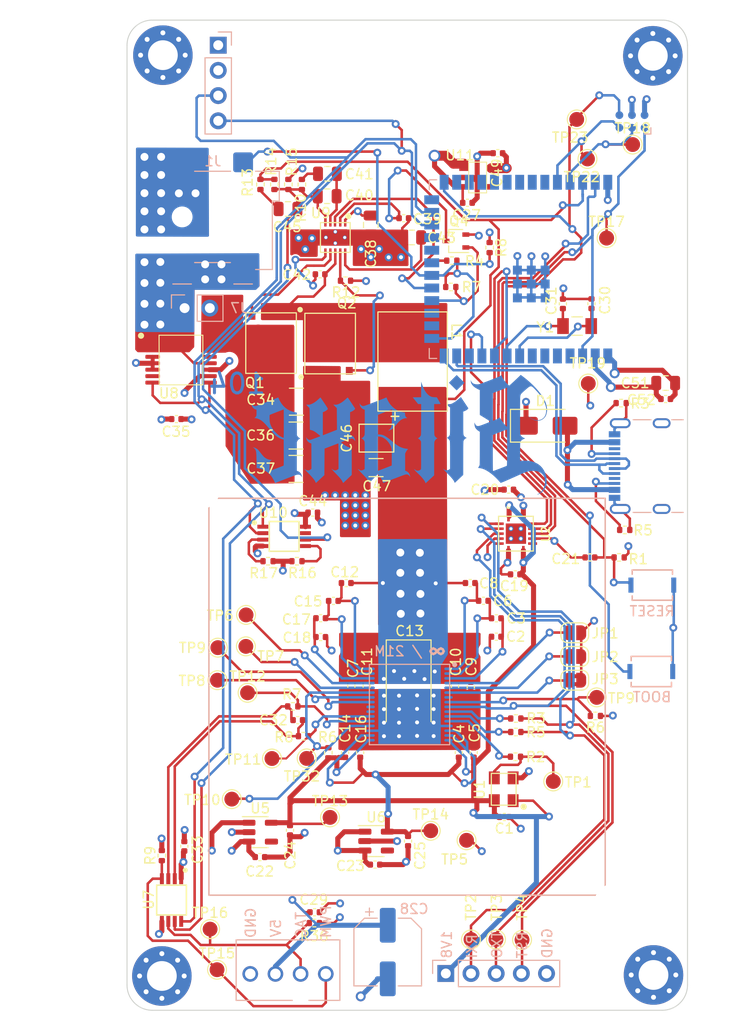
<source format=kicad_pcb>
(kicad_pcb (version 20240108) (generator "pcbnew") (generator_version "8.0")
  (layers (0 "F.Cu" signal) (1 "In1.Cu" signal) (2 "In2.Cu" signal) (31 "B.Cu" signal) (34 "B.Paste" user) (35 "F.Paste" user) (36 "B.SilkS" user "B.Silkscreen") (37 "F.SilkS" user "F.Silkscreen") (38 "B.Mask" user) (39 "F.Mask" user) (44 "Edge.Cuts" user))
  (net 0 "")
  (net 1 "GND")
  (net 2 "/Power/VIN")
  (net 3 "/BM1397/1V8")
  (net 4 "/BM1397/0V8")
  (net 5 "/VDD")
  (net 6 "/ESP32/EN")
  (net 7 "/5V")
  (net 8 "/3V3")
  (net 9 "/TX")
  (net 10 "/RX")
  (net 11 "/BM1397/RST_N")
  (net 12 "/BM1397/CI")
  (net 13 "/RST")
  (net 14 "/BM1397/RO")
  (net 15 "/TEMP_N")
  (net 16 "/TEMP_P")
  (net 17 "/Fan/FAN_TACH")
  (net 18 "/SCL")
  (net 19 "/Fan/FAN_PWM")
  (net 20 "/Power/OUT0")
  (net 21 "/Power/SW")
  (net 22 "Net-(Q2-Pad4)")
  (net 23 "Net-(R2-Pad1)")
  (net 24 "Net-(C2-Pad2)")
  (net 25 "Net-(C3-Pad2)")
  (net 26 "Net-(C6-Pad2)")
  (net 27 "Net-(C12-Pad2)")
  (net 28 "Net-(C15-Pad2)")
  (net 29 "Net-(C17-Pad2)")
  (net 30 "Net-(C32-Pad1)")
  (net 31 "Net-(C32-Pad2)")
  (net 32 "Net-(C40-Pad1)")
  (net 33 "Net-(C41-Pad2)")
  (net 34 "Net-(C42-Pad1)")
  (net 35 "Net-(C43-Pad1)")
  (net 36 "Net-(C45-Pad1)")
  (net 37 "Net-(IC1-Pad4)")
  (net 38 "Net-(IC1-Pad5)")
  (net 39 "Net-(IC1-Pad6)")
  (net 41 "Net-(IC1-Pad10)")
  (net 42 "Net-(IC1-Pad11)")
  (net 43 "Net-(IC1-Pad20)")
  (net 46 "Net-(IC1-Pad25)")
  (net 47 "Net-(IC1-Pad26)")
  (net 48 "Net-(IC1-Pad27)")
  (net 49 "Net-(IC1-Pad28)")
  (net 50 "Net-(IC1-Pad29)")
  (net 51 "Net-(R16-Pad1)")
  (net 52 "Net-(R17-Pad1)")
  (net 57 "/ESP32/P_TX")
  (net 58 "/ESP32/P_RX")
  (net 59 "/ESP32/IO0")
  (net 60 "/ESP32/XIN32")
  (net 61 "Net-(Q1-Pad4)")
  (net 62 "/ESP32/XOUT32")
  (net 63 "/Power/PGOOD")
  (net 64 "/ESP32/LEDX_B")
  (net 65 "/Power/OUT1")
  (net 66 "/ESP32/LEDZ_B")
  (net 67 "/ESP32/LEDX_G")
  (net 68 "/ESP32/LEDZ_G")
  (net 69 "/BM1397/BM_BI")
  (net 70 "/SDA")
  (net 73 "/BM1397/BM_CLKI")
  (net 74 "/ESP32/LEDX_R")
  (net 75 "/ESP32/LEDZ_R")
  (net 76 "/ESP32/MTCK")
  (net 77 "/ESP32/MTDO")
  (net 78 "/ESP32/MTDI")
  (net 79 "/ESP32/MTMS")
  (net 87 "PLUG_SENSE")
  (net 88 "x")
  (net 89 "Net-(D1-Pad2)")
  (net 90 "Net-(J8-CC2)")
  (net 91 "NET-(J8-CC1)")
  (net 92 "Net-(U12-Pad13)")
  (net 93 "Net-(U12-Pad14)")
  (net 94 "PWR_EN")
  (net 95 "Net-(Q4-D)")
  (footprint "Capacitor_SMD:C_0805_2012Metric" (layer "F.Cu") (at 105.91 69.42 180)
    (property "Reference" "C43")
    (property "Value" "10uF")
  )
  (footprint "Capacitor_SMD:C_0402_1005Metric" (layer "F.Cu") (at 116.356 103.365 180)
    (property "Reference" "C19")
    (property "Value" "0.1uF")
  )
  (footprint "Resistor_SMD:R_0402_1005Metric" (layer "F.Cu") (at 109.85 74.41)
    (property "Reference" "R7")
    (property "Value" "10k")
  )
  (footprint "Package_SO:TSSOP-16_4.4x5mm_P0.65mm" (layer "F.Cu") (at 82.64 81.77)
    (property "Reference" "U8")
    (property "Value" "INA260")
  )
  (footprint "Capacitor_SMD:C_0402_1005Metric" (layer "F.Cu") (at 99.82 114.63 -90)
    (property "Reference" "C7")
    (property "Value" "0.1uF")
  )
  (footprint "Resistor_SMD:R_0402_1005Metric" (layer "F.Cu") (at 93.91 116.67)
    (property "Reference" "R7")
    (property "Value" "100")
  )
  (footprint "Resistor_SMD:R_0402_1005Metric" (layer "F.Cu") (at 113.77 70.44 -90)
    (property "Reference" "R8")
    (property "Value" "1M")
  )
  (footprint "Resistor_SMD:R_0402_1005Metric" (layer "F.Cu") (at 90.6496 64.079 -90)
    (property "Reference" "R13")
    (property "Value" "1.33k")
  )
  (footprint "Capacitor_SMD:C_0402_1005Metric" (layer "F.Cu") (at 115.25 127.81 180)
    (property "Reference" "C1")
    (property "Value" "0.1uF")
  )
  (footprint "Resistor_SMD:R_0402_1005Metric" (layer "F.Cu") (at 124.44 117.63 180)
    (property "Reference" "R6")
    (property "Value" "10k")
  )
  (footprint "Capacitor_SMD:C_0805_2012Metric" (layer "F.Cu") (at 97.4054 63.0058 180)
    (property "Reference" "C41")
    (property "Value" "1.5nF")
  )
  (footprint "Jumper:SolderJumper-2_P1.3mm_Open_RoundedPad1.0x1.5mm" (layer "F.Cu") (at 122.36 111.64 180)
    (property "Reference" "JP2")
    (property "Value" "SolderJumper_2_Open")
  )
  (footprint "Capacitor_SMD:C_0402_1005Metric" (layer "F.Cu") (at 114.44 107.79 180)
    (property "Reference" "C3")
    (property "Value" "1uF")
  )
  (footprint "MountingHole:MountingHole_3.5mm" (layer "F.Cu") (at 84.71 94.91)
    (property "Reference" "H6" (hide yes))
    (property "Value" "MountingHole")
  )
  (footprint "TestPoint:TestPoint_Pad_D1.5mm" (layer "F.Cu") (at 124.57 115.76)
    (property "Reference" "TP9")
    (property "Value" "TestPoint")
  )
  (footprint "Capacitor_SMD:C_0805_2012Metric" (layer "F.Cu") (at 101.783 68.1616 -90)
    (property "Reference" "C38")
    (property "Value" "1uF")
  )
  (footprint "TestPoint:TestPoint_Pad_D1.5mm" (layer "F.Cu") (at 111.44 130.16)
    (property "Reference" "TP5")
    (property "Value" "TestPoint")
  )
  (footprint "Capacitor_SMD:C_0402_1005Metric" (layer "F.Cu") (at 105.54 130.24 -90)
    (property "Reference" "C25")
    (property "Value" "1uF")
  )
  (footprint "Capacitor_SMD:C_0805_2012Metric" (layer "F.Cu") (at 93.43 66.55)
    (property "Reference" "C45")
    (property "Value" "470pF")
  )
  (footprint "bitaxe:SC32S-7PF20PPM" (layer "F.Cu") (at 122.595 78.349 180)
    (property "Reference" "Y1")
    (property "Value" "32.768kHz")
  )
  (footprint "TestPoint:TestPoint_Pad_D1.5mm" (layer "F.Cu") (at 85.57 139.11)
    (property "Reference" "TP16")
    (property "Value" "TestPoint")
  )
  (footprint "TestPoint:TestPoint_Pad_D1.5mm" (layer "F.Cu") (at 86.27 143.2)
    (property "Reference" "TP15")
    (property "Value" "TestPoint")
  )
  (footprint "Package_TO_SOT_SMD:SOT-23-5" (layer "F.Cu") (at 90.62 129.34)
    (property "Reference" "U5")
    (property "Value" "MCP1824")
  )
  (footprint "Capacitor_SMD:C_0805_2012Metric" (layer "F.Cu") (at 131.53 84.09)
    (property "Reference" "C51")
    (property "Value" "10uF")
  )
  (footprint "TestPoint:TestPoint_Pad_D1.5mm" (layer "F.Cu") (at 122.556 57.528)
    (property "Reference" "TP23")
    (property "Value" "TestPoint")
  )
  (footprint "Resistor_SMD:R_0402_1005Metric" (layer "F.Cu") (at 97.5 121.34 -90)
    (property "Reference" "R6")
    (property "Value" "10k")
  )
  (footprint "Package_TO_SOT_SMD:SOT-23-5" (layer "F.Cu") (at 102.32 130.24)
    (property "Reference" "U6")
    (property "Value" "MCP1824")
  )
  (footprint "MountingHole:MountingHole_3.5mm" (layer "F.Cu") (at 126.06 136.36)
    (property "Reference" "H5" (hide yes))
    (property "Value" "MountingHole")
  )
  (footprint "Capacitor_SMD:C_0402_1005Metric" (layer "F.Cu") (at 110.66 121.32 90)
    (property "Reference" "C4")
    (property "Value" "1uF")
  )
  (footprint "Resistor_SMD:R_0402_1005Metric" (layer "F.Cu") (at 126.837 101.658 180)
    (property "Reference" "R1")
    (property "Value" "10k")
  )
  (footprint "Package_SO:TSSOP-8_3x3mm_P0.65mm" (layer "F.Cu") (at 81.68 136.18 -90)
    (property "Reference" "U7")
    (property "Value" "EMC2101")
  )
  (footprint "Capacitor_SMD:C_0402_1005Metric" (layer "F.Cu") (at 99.3 104.24 180)
    (property "Reference" "C12")
    (property "Value" "1uF")
  )
  (footprint "Capacitor_SMD:C_0402_1005Metric" (layer "F.Cu") (at 131.53 85.7)
    (property "Reference" "C52")
    (property "Value" "0.1uF")
  )
  (footprint "Jumper:SolderJumper-2_P1.3mm_Bridged2Bar_RoundedPad1.0x1.5mm" (layer "F.Cu") (at 122.36 114.03 180)
    (property "Reference" "JP3")
    (property "Value" "SolderJumper_2_Bridged")
  )
  (footprint "Capacitor_SMD:C_0402_1005Metric" (layer "F.Cu") (at 124.043 76.096 90)
    (property "Reference" "C30")
    (property "Value" "6.8pF")
  )
  (footprint "bitaxe:TXB0104" (layer "F.Cu") (at 116.422 99.265 -90)
    (property "Reference" "U2")
    (property "Value" "TXB0104RGYR")
  )
  (footprint "Resistor_SMD:R_0402_1005Metric" (layer "F.Cu") (at 94.8288 64.0836 -90)
    (property "Reference" "R10")
    (property "Value" "3.83k")
  )
  (footprint "Capacitor_SMD:C_0402_1005Metric" (layer "F.Cu") (at 123.89 101.66 180)
    (property "Reference" "C21")
    (property "Value" "1uF")
  )
  (footprint "TPS40305_supply:FP1005R1-R15-R" (layer "F.Cu") (at 106.0006 81.9214 -90)
    (property "Reference" "L1")
    (property "Value" "150nH")
  )
  (footprint "Resistor_SMD:R_0402_1005Metric" (layer "F.Cu") (at 93.465 64.079 90)
    (property "Reference" "R15")
    (property "Value" "3.32k")
  )
  (footprint "Capacitor_SMD:C_0402_1005Metric" (layer "F.Cu") (at 98.01 106.04 180)
    (property "Reference" "C15")
    (property "Value" "1uF")
  )
  (footprint "TestPoint:TestPoint_Pad_D1.5mm" (layer "F.Cu") (at 95.31 121.91)
    (property "Reference" "TP32")
    (property "Value" "TestPoint")
  )
  (footprint "MountingHole:MountingHole_3mm_Pad_Via" (layer "F.Cu") (at 80.808 51.054)
    (property "Reference" "H4" (hide yes))
    (property "Value" "AlignmentHole")
  )
  (footprint "Resistor_SMD:R_0402_1005Metric" (layer "F.Cu") (at 94.33 102.04 180)
    (property "Reference" "R16")
    (property "Value" "80k")
  )
  (footprint "Capacitor_SMD:C_0402_1005Metric" (layer "F.Cu") (at 94.42 118.05 180)
    (property "Reference" "C32")
    (property "Value" "470pF")
  )
  (footprint "Capacitor_SMD:C_0402_1005Metric" (layer "F.Cu") (at 100.71 121.32 90)
    (property "Reference" "C16")
    (property "Value" "1uF")
  )
  (footprint "Resistor_SMD:R_0402_1005Metric" (layer "F.Cu") (at 116.41 117.89 180)
    (property "Reference" "R3")
    (property "Value" "0")
  )
  (footprint "Capacitor_SMD:C_0402_1005Metric" (layer "F.Cu") (at 114.6 60.93 180)
    (property "Reference" "C49")
    (property "Value" "1uF")
  )
  (footprint "MountingHole:MountingHole_3mm_Pad_Via" (layer "F.Cu") (at 130.302 143.728)
    (property "Reference" "H3" (hide yes))
    (property "Value" "AlignmentHole")
  )
  (footprint "TestPoint:TestPoint_Pad_D1.5mm" (layer "F.Cu") (at 89.35 115.3)
    (property "Reference" "TP12")
    (property "Value" "TestPoint")
  )
  (footprint "Capacitor_SMD:C_0402_1005Metric" (layer "F.Cu") (at 96.73 109.68)
    (property "Reference" "C18")
    (property "Value" "1uF")
  )
  (footprint "TestPoint:TestPoint_Pad_D1.5mm" (layer "F.Cu") (at 128.2 60.06)
    (property "Reference" "TP18")
    (property "Value" "TestPoint")
  )
  (footprint "Capacitor_SMD:C_0805_2012Metric" (layer "F.Cu") (at 97.383 65.268 180)
    (property "Reference" "C40")
    (property "Value" "180pF")
  )
  (footprint "Package_SO:TSSOP-8_3x3mm_P0.65mm" (layer "F.Cu") (at 93.04 99.54)
    (property "Reference" "U10")
    (property "Value" "DS4432U+")
  )
  (footprint "Capacitor_SMD:C_0402_1005Metric" (layer "F.Cu") (at 105.1154 67.4808)
    (property "Reference" "C39")
    (property "Value" "3.3nF")
  )
  (footprint "Capacitor_SMD:C_0402_1005Metric" (layer "F.Cu") (at 121.159 76.105 90)
    (property "Reference" "C31")
    (property "Value" "6.8pF")
  )
  (footprint "TestPoint:TestPoint_Pad_D1.5mm" (layer "F.Cu") (at 86.31 114.03)
    (property "Reference" "TP8")
    (property "Value" "TestPoint")
  )
  (footprint "Capacitor_SMD:C_0402_1005Metric" (layer "F.Cu") (at 82.17 87.72 180)
    (property "Reference" "C35")
    (property "Value" "1uF")
  )
  (footprint "TestPoint:TestPoint_Pad_D1.5mm" (layer "F.Cu") (at 89.2 107.45)
    (property "Reference" "TP6")
    (property "Value" "TestPoint")
  )
  (footprint "Capacitor_SMD:C_0402_1005Metric" (layer "F.Cu") (at 110.28 114.65 -90)
    (property "Reference" "C10")
    (property "Value" "1uF")
  )
  (footprint "Capacitor_SMD:C_0402_1005Metric" (layer "F.Cu") (at 101.37 114.62 -90)
    (property "Reference" "C11")
    (property "Value" "1uF")
  )
  (footprint "Resistor_SMD:R_0402_1005Metric" (layer "F.Cu") (at 92.0573 64.079 -90)
    (property "Reference" "R14")
    (property "Value" "4.99k")
  )
  (footprint "Capacitor_SMD:C_0402_1005Metric" (layer "F.Cu") (at 99.19 121.32 90)
    (property "Reference" "C14")
    (property "Value" "1uF")
  )
  (footprint "MountingHole:MountingHole_3mm_Pad_Via" (layer "F.Cu") (at 130.23501 51.12099)
    (property "Reference" "H2" (hide yes))
    (property "Value" "AlignmentHole")
  )
  (footprint "Capacitor_Tantalum_SMD:CP_EIA-7343-31_Kemet-D_Pad2.25x2.55mm_HandSolder" (layer "F.Cu") (at 105.6 114.56 -90)
    (property "Reference" "C13")
    (property "Value" "330uF")
  )
  (footprint "MountingHole:MountingHole_3mm_Pad_Via" (layer "F.Cu") (at 80.70501 143.83099)
    (property "Reference" "H1" (hide yes))
    (property "Value" "AlignmentHole")
  )
  (footprint "TestPoint:TestPoint_Pad_D1.5mm" (layer "F.Cu") (at 91.81 121.92)
    (property "Reference" "TP11")
    (property "Value" "TestPoint")
  )
  (footprint "TPS40305_supply:CSD17311Q5" (layer "F.Cu") (at 97.6816 80.1102 -90)
    (property "Reference" "Q2")
    (property "Value" "CSD17311Q5")
  )
  (footprint "TestPoint:TestPoint_Pad_D1.5mm" (layer "F.Cu") (at 120.19 124.23)
    (property "Reference" "TP1")
    (property "Value" "TestPoint")
  )
  (footprint "Capacitor_SMD:C_0402_1005Metric" (layer "F.Cu") (at 82.97 130.76 90)
    (property "Reference" "C33")
    (property "Value" "0.1uF")
  )
  (footprint "" (layer "F.Cu") (at 125.57 69.48)
    (property "Reference" "")
    (property "Value" "")
  )
  (footprint "TestPoint:TestPoint_Pad_D1.5mm" (layer "F.Cu") (at 114.41 140.15)
    (property "Reference" "TP3")
    (property "Value" "TestPoint")
  )
  (footprint "TestPoint:TestPoint_Pad_D1.5mm" (layer "F.Cu") (at 125.57 69.48)
    (property "Reference" "TP17")
    (property "Value" "TestPoint")
  )
  (footprint "Resistor_SMD:R_0402_1005Metric" (layer "F.Cu") (at 109.955 71.76 180)
    (property "Reference" "R4")
    (property "Value" "10k")
  )
  (footprint "Capacitor_SMD:C_0402_1005Metric" (layer "F.Cu") (at 95.93 97.14)
    (property "Reference" "C44")
    (property "Value" "1uF")
  )
  (footprint "TPS40305_supply:TPS40305" (layer "F.Cu") (at 98.201691 69.4222 -90)
    (property "Reference" "U9")
    (property "Value" "TPS40305")
  )
  (footprint "Resistor_SMD:R_0402_1005Metric" (layer "F.Cu") (at 96.09 138.5)
    (property "Reference" "R36")
    (property "Value" "10k")
  )
  (footprint "TestPoint:TestPoint_Pad_D1.5mm" (layer "F.Cu") (at 123.72 84.14)
    (property "Reference" "TP19")
    (property "Value" "TestPoint")
  )
  (footprint "Capacitor_SMD:C_0402_1005Metric" (layer "F.Cu") (at 90.6 131.85)
    (property "Reference" "C22")
    (property "Value" "0.1uF")
  )
  (footprint "Capacitor_SMD:C_0402_1005Metric" (layer "F.Cu") (at 113.14 106.03 180)
    (property "Reference" "C6")
    (property "Value" "1uF")
  )
  (footprint "TPS40305_supply:CAP_2R5TPE220MAFB" (layer "F.Cu") (at 102.3516 89.6402 180)
    (property "Reference" "C46")
    (property "Value" "220uF")
  )
  (footprint "TPS40305_supply:CSD17311Q5" (layer "F.Cu") (at 91.719887 80.066364 90)
    (property "Reference" "Q1")
    (property "Value" "CSD17311Q5")
  )
  (footprint "Resistor_SMD:R_0402_1005Metric" (layer "F.Cu") (at 127.04 86.11 180)
    (property "Reference" "R3")
    (property "Value" "5.1k")
  )
  (footprint "TestPoint:TestPoint_Pad_D1.5mm" (layer "F.Cu") (at 87.76 126.01)
    (property "Reference" "TP10")
    (property "Value" "TestPoint")
  )
  (footprint "Resistor_SMD:R_0402_1005Metric" (layer "F.Cu") (at 91.42 102.04)
    (property "Reference" "R17")
    (property "Value" "DNP")
  )
  (footprint "Capacitor_SMD:C_0402_1005Metric" (layer "F.Cu") (at 96.6698 73.128)
    (property "Reference" "C42")
    (property "Value" "0.1uF")
  )
  (footprint "TestPoint:TestPoint_Pad_D1.5mm" (layer "F.Cu") (at 89.18 110.62)
    (property "Reference" "TP7")
    (property "Value" "TestPoint")
  )
  (footprint "Capacitor_SMD:C_1210_3225Metric" (layer "F.Cu") (at 94.2816 85.9702)
    (property "Reference" "C34")
    (property "Value" "47uF")
  )
  (footprint "Package_TO_SOT_SMD:SOT-323_SC-70" (layer "F.Cu") (at 110.37 69.78 180)
    (property "Reference" "Q4")
    (property "Value" "2N7002K")
  )
  (footprint "TestPoint:TestPoint_Pad_D1.5mm" (layer "F.Cu") (at 117.04 140.19 90)
    (property "Reference" "TP4")
    (property "Value" "TestPoint")
  )
  (footprint "bitaxe:O 25,0-JO32-B-1V3-1-T1-LF" (layer "F.Cu") (at 115.19 125.02 90)
    (property "Reference" "U1")
    (property "Value" "25MHz")
  )
  (footprint "TestPoint:TestPoint_Pad_D1.5mm" (layer "F.Cu") (at 97.67 127.85)
    (property "Reference" "TP13")
    (property "Value" "TestPoint")
  )
  (footprint "Resistor_SMD:R_0402_1005Metric" (layer "F.Cu") (at 99.23 73.78)
    (property "Reference" "R12")
    (property "Value" "4.12k")
  )
  (footprint "Diode_SMD:D_SMA" (layer "F.Cu") (at 119.38 88.392)
    (property "Reference" "D1")
    (property "Value" "SS310")
  )
  (footprint "Capacitor_SMD:C_0402_1005Metric" (layer "F.Cu") (at 114.44 109.65)
    (property "Reference" "C2")
    (property "Value" "1uF")
  )
  (footprint "Resistor_SMD:R_0402_1005Metric" (layer "F.Cu") (at 127.4 98.89 180)
    (property "Reference" "R5")
    (property "Value" "5.1k")
  )
  (footprint "Capacitor_SMD:C_0402_1005Metric" (layer "F.Cu") (at 102.21 132.61)
    (property "Reference" "C23")
    (property "Value" "0.1uF")
  )
  (footprint "Capacitor_SMD:C_0402_1005Metric" (layer "F.Cu") (at 112.16 121.32 90)
    (property "Reference" "C5")
    (property "Value" "1uF")
  )
  (footprint "TestPoint:TestPoint_Pad_D1.5mm" (layer "F.Cu") (at 86.35 110.75)
    (property "Reference" "TP9")
    (property "Value" "TestPoint")
  )
  (footprint "Resistor_SMD:R_0402_1005Metric" (layer "F.Cu") (at 116.38 121.74 180)
    (property "Reference" "R2")
    (property "Value" "0")
  )
  (footprint "Resistor_SMD:R_0402_1005Metric" (layer "F.Cu") (at 80.7 131.7 90)
    (property "Reference" "R9")
    (property "Value" "10k")
  )
  (footprint "Capacitor_SMD:C_0402_1005Metric" (layer "F.Cu") (at 96.73 107.78 180)
    (property "Reference" "C17")
    (property "Value" "1uF")
  )
  (footprint "Jumper:SolderJumper-2_P1.3mm_Open_RoundedPad1.0x1.5mm" (layer "F.Cu") (at 122.36 109.25 180)
    (property "Reference" "JP1")
    (property "Value" "SolderJumper_2_Open")
  )
  (footprint "Capacitor_SMD:C_0402_1005Metric" (layer "F.Cu") (at 111.81 104.24 180)
    (property "Reference" "C8")
    (property "Value" "1uF")
  )
  (footprint "Capacitor_SMD:C_0402_1005Metric" (layer "F.Cu") (at 96.12 137.41)
    (property "Reference" "C29")
    (property "Value" "0.1uF")
  )
  (footprint "TestPoint:TestPoint_Pad_D1.5mm" (layer "F.Cu") (at 107.83 129.2)
    (property "Reference" "TP14")
    (property "Value" "TestPoint")
  )
  (footprint "Capacitor_SMD:C_0402_1005Metric" (layer "F.Cu") (at 111.531 65.931)
    (property "Reference" "C27")
    (property "Value" "1uF")
  )
  (footprint "TestPoint:TestPoint_Pad_D1.5mm" (layer "F.Cu") (at 123.64 61.51)
    (property "Reference" "TP22")
    (property "Value" "TestPoint")
  )
  (footprint "TestPoint:TestPoint_Pad_D1.5mm" (layer "F.Cu") (at 111.89 140.15)
    (property "Reference" "TP2")
    (property "Value" "TestPoint")
  )
  (footprint "Capacitor_SMD:C_0402_1005Metric" (layer "F.Cu") (at 115.7 94.83 180)
    (property "Reference" "C20")
    (property "Value" "0.1uF")
  )
  (footprint "Capacitor_SMD:C_1206_3216Metric" (layer "F.Cu") (at 102.3116 92.6102 180)
    (property "Reference" "C47")
    (property "Value" "100uF")
  )
  (footprint "Capacitor_SMD:C_0402_1005Metric" (layer "F.Cu") (at 93.63 129.15 -90)
    (property "Reference" "C24")
    (property "Value" "1uF")
  )
  (footprint "Resistor_SMD:R_0402_1005Metric" (layer "F.Cu") (at 116.41 119.25 180)
    (property "Reference" "R5")
    (property "Value" "0")
  )
  (footprint "Capacitor_SMD:C_1210_3225Metric" (layer "F.Cu") (at 94.2416 89.3802)
    (property "Reference" "C36")
    (property "Value" "47uF")
  )
  (footprint "Capacitor_SMD:C_0402_1005Metric" (layer "F.Cu") (at 111.87 114.71 -90)
    (property "Reference" "C9")
    (property "Value" "0.1uF")
  )
  (footprint "bitaxe:RT9080-33GJ5" (layer "F.Cu") (at 112.563 63.38)
    (property "Reference" "U11")
    (property "Value" "RT9080-33GJ5")
  )
  (footprint "Capacitor_SMD:C_1210_3225Metric" (layer "F.Cu") (at 94.2416 92.7402)
    (property "Reference" "C37")
    (property "Value" "47uF")
  )
  (footprint "Resistor_SMD:R_0402_1005Metric" (layer "F.Cu") (at 94.99 119.67 180)
    (property "Reference" "R8")
    (property "Value" "100")
  )
  (footprint "bitaxe:logo-fcu" (layer "B.Cu") (at 105.131305 89.685804 180)
    (property "Reference" "G***" (hide yes))
    (property "Value" "LOGO" (hide yes))
  )
  (footprint "Connector_USB:USB_C_Receptacle_GCT_USB4105-xx-A_16P_TopMnt_Horizontal" (layer "B.Cu") (at 130.048 92.456 -90)
    (property "Reference" "J8" (hide yes))
    (property "Value" "USB_C_Receptacle_USB2.0")
  )
  (footprint "bitaxe:470531000" (layer "B.Cu") (at 89.621 143.622)
    (property "Reference" "J4" (hide yes))
    (property "Value" "Conn_01x04")
  )
  (footprint "Connector_PinHeader_2.54mm:PinHeader_1x04_P2.54mm_Vertical" (layer "B.Cu") (at 86.39 50.049 180)
    (property "Reference" "J9" (hide yes))
    (property "Value" "Conn_01x04" (hide yes))
  )
  (footprint "bitaxe:BarrelJack_Wuerth_694106106102_2.0x5.5mm" (layer "B.Cu") (at 85.825 67.35 90)
    (property "Reference" "J1")
    (property "Value" "54-00164")
  )
  (footprint "bitaxe:logo" (layer "B.Cu") (at 105.131305 89.685804 180)
    (property "Reference" "G***" (hide yes))
    (property "Value" "LOGO" (hide yes))
  )
  (footprint "Connector_PinHeader_2.54mm:PinHeader_1x02_P2.54mm_Vertical" (layer "B.Cu") (at 83 76.54 -90)
    (property "Reference" "J7")
    (property "Value" "Conn_01x02")
  )
  (footprint "Connector_PinHeader_2.54mm:PinHeader_1x05_P2.54mm_Vertical" (layer "B.Cu") (at 109.35 143.58 -90)
    (property "Reference" "J3" (hide yes))
    (property "Value" "Conn_01x05")
  )
  (footprint "bitaxe:SW_CS1213AGF260_CRS" (layer "B.Cu") (at 130.186 104.448 180)
    (property "Reference" "SW1" (hide yes))
    (property "Value" "GT-TC029B-H025-L1N")
  )
  (footprint "Espressif:ESP32-S3-WROOM-1" (layer "B.Cu") (at 117.43 72.61 90)
    (property "Reference" "U12" (hide yes))
    (property "Value" "ESP32-S3-WROOM-1")
  )
  (footprint "bitaxe:BM1397" (layer "B.Cu") (at 105.69 116.48 180)
    (property "Reference" "IC1" (hide yes))
    (property "Value" "BM1397_mode1")
  )
  (footprint "Connector:Tag-Connect_TC2030-IDC-NL_2x03_P1.27mm_Vertical" (layer "B.Cu") (at 128.13 57.73 180)
    (property "Reference" "J5" (hide yes))
    (property "Value" "TC2030-IDC")
  )
  (footprint "bitaxe:SW_CS1213AGF260_CRS" (layer "B.Cu") (at 130.082 113.155 180)
    (property "Reference" "SW2" (hide yes))
    (property "Value" "GT-TC029B-H025-L1N")
  )
  (footprint "Capacitor_SMD:CP_Elec_6.3x7.7" (layer "B.Cu") (at 103.49 141.42 -90)
    (property "Reference" "C28")
    (property "Value" "220uF")
  )
  (gr_rect (start 85.45 95.7) (end 125.43 135.69) (stroke (width 0.15)) (fill none) (layer "B.SilkS"))
  (gr_arc (start 77.189 50.062) (mid 77.932949 48.265949) (end 79.729 47.522) (stroke (width 0.1)) (layer "Edge.Cuts"))
  (gr_arc (start 79.729 147.284) (mid 77.932949 146.540051) (end 77.189 144.744) (stroke (width 0.1)) (layer "Edge.Cuts"))
  (gr_line (start 133.732 50.062) (end 133.732 144.744) (stroke (width 0.1)) (layer "Edge.Cuts"))
  (gr_arc (start 133.732 144.744) (mid 132.988051 146.540051) (end 131.192 147.284) (stroke (width 0.1)) (layer "Edge.Cuts"))
  (gr_line (start 131.192 147.284) (end 79.729 147.284) (stroke (width 0.1)) (layer "Edge.Cuts"))
  (gr_line (start 79.729 47.522) (end 131.192 47.522) (stroke (width 0.1)) (layer "Edge.Cuts"))
  (gr_line (start 77.189 50.062) (end 77.189 144.744) (stroke (width 0.1)) (layer "Edge.Cuts"))
  (gr_arc (start 131.192 47.522) (mid 132.988051 48.265949) (end 133.732 50.062) (stroke (width 0.1)) (layer "Edge.Cuts"))
  (gr_text "104" (at 91.35 85.34 0) (layer "B.Cu") (effects (font (size 2 2) (thickness 0.3)) (justify left bottom mirror)))
  (gr_text "RST" (at 117.0475 140.699666 90) (layer "B.SilkS") (effects (font (size 1 1)) (justify mirror)))
  (gr_text "5V" (at 92.209 139.018 90) (layer "B.SilkS") (effects (font (size 1 1)) (justify mirror)))
  (gr_text "1V8" (at 109.45 140.675857 90) (layer "B.SilkS") (effects (font (size 1 1)) (justify mirror)))
  (gr_text "/ 21M" (at 104.55 111.11 0) (layer "B.SilkS") (effects (font (size 1 1)) (justify mirror)))
  (gr_text "∞" (at 108.47 110.96 0) (layer "B.SilkS") (effects (font (size 2 2) (thickness 0.25)) (justify mirror)))
  (gr_text "RXI" (at 111.9825 140.842524 90) (layer "B.SilkS") (effects (font (size 1 1)) (justify mirror)))
  (gr_text "PWM" (at 97.265 138.363 90) (layer "B.SilkS") (effects (font (size 1 1)) (justify mirror)))
  (gr_text "GND" (at 119.58 140.533 90) (layer "B.SilkS") (effects (font (size 1 1)) (justify mirror)))
  (gr_text "TXO" (at 114.515 140.675857 90) (layer "B.SilkS") (effects (font (size 1 1)) (justify mirror)))
  (gr_text "TAC" (at 94.7325 138.696333 90) (layer "B.SilkS") (effects (font (size 1 1)) (justify mirror)))
  (gr_text "GND" (at 89.6675 138.482048 90) (layer "B.SilkS") (effects (font (size 1 1)) (justify mirror)))
  (segment (start 87.764 129.341) (end 87.765 129.34) (width 0.508) (layer "F.Cu") (net 1))
  (segment (start 112.513 63.759) (end 112.513 65.429) (width 0.508) (layer "F.Cu") (net 1))
  (segment (start 120.31 100) (end 121.97 101.66) (width 0.254) (layer "F.Cu") (net 1))
  (segment (start 112.513 65.429) (end 112.011 65.931) (width 0.508) (layer "F.Cu") (net 1))
  (segment (start 111.18905 63.376) (end 111.18505 63.38) (width 0.508) (layer "F.Cu") (net 1))
  (segment (start 115.9 127.98) (end 116.91 128.99) (width 0.254) (layer "F.Cu") (net 1))
  (segment (start 121.159 74.598) (end 121.21 74.547) (width 0.254) (layer "F.Cu") (net 1))
  (segment (start 126.16 117.63) (end 126.2 117.59) (width 0.254) (layer "F.Cu") (net 1))
  (segment (start 90.89 100.515) (end 90.215 100.515) (width 0.508) (layer "F.Cu") (net 1))
  (segment (start 115.672 102.0897) (end 115.5737 102.188) (width 0.254) (layer "F.Cu") (net 1))
  (segment (start 93.63 131.31) (end 93.63 129.8) (width 0.508) (layer "F.Cu") (net 1))
  (segment (start 124.224363 108.035637) (end 123.01 109.25) (width 0.254) (layer "F.Cu") (net 1))
  (segment (start 121.97 101.66) (end 123.41 101.66) (width 0.254) (layer "F.Cu") (net 1))
  (segment (start 111.88 130.16) (end 112.98 131.26) (width 0.254) (layer "F.Cu") (net 1))
  (segment (start 87.52 81.86) (end 86.635 82.745) (width 0.508) (layer "F.Cu") (net 1))
  (segment (start 86.635 82.745) (end 85.5025 82.745) (width 0.508) (layer "F.Cu") (net 1))
  (segment (start 132.48 85.23) (end 132.01 85.7) (width 0.508) (layer "F.Cu") (net 1))
  (segment (start 113.79 109.65) (end 113.79 110.79) (width 0.254) (layer "F.Cu") (net 1))
  (segment (start 132.48 84.09) (end 131.19 82.8) (width 0.508) (layer "F.Cu") (net 1))
  (segment (start 80.705 138.33) (end 80.705 139.305) (width 0.508) (layer "F.Cu") (net 1))
  (segment (start 90.13 101.01989) (end 90.360055 101.249945) (width 0.508) (layer "F.Cu") (net 1))
  (segment (start 102.86 132.61) (end 105.04 132.61) (width 0.508) (layer "F.Cu") (net 1))
  (segment (start 115.9 127.81) (end 115.9 127.98) (width 0.254) (layer "F.Cu") (net 1))
  (segment (start 97.494 136.516) (end 96.6 137.41) (width 0.254) (layer "F.Cu") (net 1))
  (segment (start 123.01 111.64) (end 123.01 109.25) (width 0.254) (layer "F.Cu") (net 1))
  (segment (start 90.13 100.6) (end 90.13 101.01989) (width 0.508) (layer "F.Cu") (net 1))
  (segment (start 121.168 75.616) (end 121.159 75.625) (width 0.254) (layer "F.Cu") (net 1))
  (segment (start 99.74 73.78) (end 101.27 73.78) (width 0.254) (layer "F.Cu") (net 1))
  (segment (start 96.4 97.7) (end 96.84 98.14) (width 0.508) (layer "F.Cu") (net 1))
  (segment (start 82.97 129.15) (end 83.001194 129.118806) (width 0.508) (layer "F.Cu") (net 1))
  (segment (start 93.65 131.33) (end 93.63 131.31) (width 0.508) (layer "F.Cu") (net 1))
  (segment (start 132.48 84.09) (end 132.48 85.23) (width 0.508) (layer "F.Cu") (net 1))
  (segment (start 131.19 82.8) (end 126.69 82.8) (width 0.508) (layer "F.Cu") (net 1))
  (segment (start 115.5737 102.188) (end 115.482 102.188) (width 0.254) (layer "F.Cu") (net 1))
  (segment (start 115.482 102.188) (end 114.92 102.75) (width 0.254) (layer "F.Cu") (net 1))
  (segment (start 96.4 97.31) (end 96.4 97.7) (width 0.508) (layer "F.Cu") (net 1))
  (segment (start 78.125 82.095) (end 78.09 82.06) (width 0.508) (layer "F.Cu") (net 1))
  (segment (start 123.01 114.03) (end 123.01 111.64) (width 0.254) (layer "F.Cu") (net 1))
  (segment (start 94.89 62.47) (end 94.564 62.47) (width 0.254) (layer "F.Cu") (net 1))
  (segment (start 105.5954 67.4808) (end 105.6088 67.4942) (width 0.254) (layer "F.Cu") (net 1))
  (segment (start 120.075 99.765) (end 120.31 100) (width 0.254) (layer "F.Cu") (net 1))
  (segment (start 80.66 87.76) (end 80.7 87.72) (width 0.508) (layer "F.Cu") (net 1))
  (segment (start 124.308576 108.035637) (end 124.224363 108.035637) (width 0.254) (layer "F.Cu") (net 1))
  (segment (start 105.54 132.11) (end 105.54 130.89) (width 0.508) (layer "F.Cu") (net 1))
  (segment (start 80.705 139.305) (end 80.41 139.6) (width 0.508) (layer "F.Cu") (net 1))
  (segment (start 113.56 101.63) (end 113.56 100.47122) (width 0.254) (layer "F.Cu") (net 1))
  (segment (start 127.91 98.89) (end 127.91 97.743) (width 0.254) (layer "F.Cu") (net 1))
  (segment (start 112.513 63.759) (end 112.513 61.251) (width 0.508) (layer "F.Cu") (net 1))
  (segment (start 92.94 102.96) (end 92.91 102.99) (width 0.508) (layer "F.Cu") (net 1))
  (segment (start 121.159 75.625) (end 121.159 74.598) (width 0.254) (layer "F.Cu") (net 1))
  (segment (start 97.38 109.68) (end 97.38 110.59) (width 0.254) (layer "F.Cu") (net 1))
  (segment (start 127.91 97.743) (end 126.943 96.776) (width 0.254) (layer "F.Cu") (net 1))
  (segment (start 101.1825 130.24) (end 104.43 130.24) (width 0.508) (layer "F.Cu") (net 1))
  (segment (start 126.69 82.8) (end 126.38 83.11) (width 0.508) (layer "F.Cu") (net 1))
  (segment (start 105.04 132.61) (end 105.54 132.11) (width 0.508) (layer "F.Cu") (net 1))
  (segment (start 82.97 130.28) (end 82.97 129.15) (width 0.508) (layer "F.Cu") (net 1))
  (segment (start 127.55 87.529) (end 126.943 88.136) (width 0.254) (layer "F.Cu") (net 1))
  (segment (start 80.7 87.72) (end 81.69 87.72) (width 0.508) (layer "F.Cu") (net 1))
  (segment (start 112.13 63.376) (end 111.18905 63.376) (width 0.508) (layer "F.Cu") (net 1))
  (segment (start 92.94 102.04) (end 92.94 102.96) (width 0.508) (layer "F.Cu") (net 1))
  (segment (start 118.107 99.765) (end 120.075 99.765) (width 0.254) (layer "F.Cu") (net 1))
  (segment (start 91.93 102.04) (end 92.94 102.04) (width 0.508) (layer "F.Cu") (net 1))
  (segment (start 97.38 110.59) (end 97.83 111.04) (width 0.254) (layer "F.Cu") (net 1))
  (segment (start 114.995 103.365) (end 115.876 103.365) (width 0.254) (layer "F.Cu") (net 1))
  (segment (start 127.55 86.11) (end 127.55 87.529) (width 0.254) (layer "F.Cu") (net 1))
  (segment (start 104.96 68.48) (end 104.96 69.42) (width 0.254) (layer "F.Cu") (net 1))
  (segment (start 113.79 110.79) (end 113.54 111.04) (width 0.254) (layer "F.Cu") (net 1))
  (segment (start 87.765 129.34) (end 89.4825 129.34) (width 0.508) (layer "F.Cu") (net 1))
  (segment (start 93.63 129.8) (end 94.71 129.8) (width 0.508) (layer "F.Cu") (net 1))
  (segment (start 115.672 100.95) (end 115.672 102.0897) (width 0.508) (layer "F.Cu") (net 1))
  (segment (start 117.05 123.87) (end 117.73 123.19) (width 0.508) (layer "F.Cu") (net 1))
  (segment (start 114.12 60.93) (end 112.832 60.93) (width 0.508) (layer "F.Cu") (net 1))
  (segment (start 113.35 94.83) (end 115.22 94.83) (width 0.508) (layer "F.Cu") (net 1))
  (segment (start 111.44 130.16) (end 111.88 130.16) (width 0.254) (layer "F.Cu") (net 1))
  (segment (start 90.215 100.515) (end 90.13 100.6) (width 0.508) (layer "F.Cu") (net 1))
  (segment (start 94.564 62.47) (end 93.465 63.569) (width 0.254) (layer "F.Cu") (net 1))
  (segment (start 79.7775 82.095) (end 78.125 82.095) (width 0.508) (layer "F.Cu") (net 1))
  (segment (start 112.513 61.251) (end 112.512 61.25) (width 0.508) (layer "F.Cu") (net 1))
  (segment (start 92.94 102.04) (end 93.82 102.04) (width 0.508) (layer "F.Cu") (net 1))
  (segment (start 79.7775 81.445) (end 79.7775 82.095) (width 0.4) (layer "F.Cu") (net 1))
  (segment (start 114.92 102.75) (end 114.92 103.29) (width 0.254) (layer "F.Cu") (net 1))
  (segment (start 101.27 73.78) (end 101.3 73.81) (width 0.254) (layer "F.Cu") (net 1))
  (segment (start 111.37 69.13) (end 112.57 69.13) (width 0.254) (layer "F.Cu") (net 1))
  (segment (start 114.92 103.29) (end 114.995 103.365) (width 0.254) (layer "F.Cu") (net 1))
  (segment (start 98.682 136.516) (end 97.494 136.516) (width 0.254) (layer "F.Cu") (net 1))
  (segment (start 91.25 131.85) (end 93.13 131.85) (width 0.508) (layer "F.Cu") (net 1))
  (segment (start 113.56 100.47122) (end 114.26622 99.765) (width 0.254) (layer "F.Cu") (net 1))
  (segment (start 105.5954 67.4808) (end 105.5954 67.8446) (width 0.254) (layer "F.Cu") (net 1))
  (segment (start 112.513 63.759) (end 112.13 63.376) (width 0.508) (layer "F.Cu") (net 1))
  (segment (start 113.26 94.92) (end 113.35 94.83) (width 0.508) (layer "F.Cu") (net 1))
  (segment (start 79.7775 82.745) (end 79.7775 82.095) (width 0.4) (layer "F.Cu") (net 1))
  (segment (start 105.5954 67.8446) (end 104.96 68.48) (width 0.254) (layer "F.Cu") (net 1))
  (segment (start 124.95 117.63) (end 126.16 117.63) (width 0.254) (layer "F.Cu") (net 1))
  (segment (start 112.57 69.13) (end 112.68 69.24) (width 0.254) (layer "F.Cu") (net 1))
  (segment (start 116.14 123.87) (end 117.05 123.87) (width 0.508) (layer "F.Cu") (net 1))
  (segment (start 94.71 129.8) (end 95.11 129.4) (width 0.508) (layer "F.Cu") (net 1))
  (segment (start 93.13 131.85) (end 93.65 131.33) (width 0.508) (layer "F.Cu") (net 1))
  (segment (start 124.043 75.616) (end 121.168 75.616) (width 0.254) (layer "F.Cu") (net 1))
  (segment (start 114.26622 99.765) (end 114.737 99.765) (width 0.254) (layer "F.Cu") (net 1))
  (segment (start 112.832 60.93) (end 112.512 61.25) (width 0.508) (layer "F.Cu") (net 1))
  (via (at 80.63 66.7825) (size 1.2) (drill 0.8) (layers "F.Cu" "B.Cu") (net 1))
  (via (at 103.11 115.59) (size 0.8) (drill 0.4) (layers "F.Cu" "B.Cu") (net 1))
  (via (at 117.99 71.31) (size 0.8) (drill 0.4) (layers "F.Cu" "B.Cu") (net 1))
  (via (at 102.625 70.579) (size 0.8) (drill 0.4) (layers "F.Cu" "B.Cu") (net 1))
  (via (at 97.83 111.04) (size 0.8) (drill 0.4) (layers "F.Cu" "B.Cu") (net 1))
  (via (at 99.202 95.4) (size 0.8) (drill 0.4) (layers "F.Cu" "B.Cu") (net 1))
  (via (at 80.41 139.6) (size 0.8) (drill 0.4) (layers "F.Cu" "B.Cu") (net 1))
  (via (at 78.09 82.06) (size 0.8) (drill 0.4) (layers "F.Cu" "B.Cu") (net 1))
  (via (at 80.63 64.955) (size 1.2) (drill 0.8) (layers "F.Cu" "B.Cu") (net 1))
  (via (at 101.3 73.81) (size 0.8) (drill 0.4) (layers "F.Cu" "B.Cu") (net 1))
  (via (at 126.2 117.59) (size 0.8) (drill 0.4) (layers "F.Cu" "B.Cu") (net 1))
  (via (at 103.11 116.95) (size 0.8) (drill 0.4) (layers "F.Cu" "B.Cu") (net 1))
  (via (at 97.17 95.4) (size 0.8) (drill 0.4) (layers "F.Cu" "B.Cu") (net 1))
  (via (at 116.91 128.99) (size 0.8) (drill 0.4) (layers "F.Cu" "B.Cu") (net 1))
  (via (at 104.63 119.67) (size 0.8) (drill 0.4) (layers "F.Cu" "B.Cu") (net 1))
  (via (at 119.38 71.32) (size 0.8) (drill 0.4) (layers "F.Cu" "B.Cu") (net 1))
  (via (at 78.95 68.6125) (size 1.2) (drill 0.8) (layers "F.Cu" "B.Cu") (net 1))
  (via (at 125.69 65.65) (size 0.8) (drill 0.4) (layers "F.Cu" "B.Cu") (net 1))
  (via (at 112.98 131.26) (size 0.8) (drill 0.4) (layers "F.Cu" "B.Cu") (net 1))
  (via (at 101.779 71.414) (size 0.8) (drill 0.4) (layers "F.Cu" "B.Cu") (net 1))
  (via (at 101.234 95.4) (size 0.8) (drill 0.4) (layers "F.Cu" "B.Cu") (net 1))
  (via (at 108.12 119.66) (size 0.8) (drill 0.4) (layers "F.Cu" "B.Cu") (net 1))
  (via (at 84.1 64.97) (size 1.2) (drill 0.8) (layers "F.Cu" "B.Cu") (net 1))
  (via (at 100.218 96.416) (size 0.8) (drill 0.4) (layers "F.Cu" "B.Cu") (net 1))
  (via (at 95.851 69.5004) (size 0.8) (drill 0.4) (layers "F.Cu" "B.Cu") (net 1))
  (via (at 80.63 68.61) (size 1.2) (drill 0.8) (layers "F.Cu" "B.Cu") (net 1))
  (via (at 120.31 100) (size 0.8) (drill 0.4) (layers "F.Cu" "B.Cu") (net 1))
  (via (at 82.42 64.9725) (size 1.2) (drill 0.8) (layers "F.Cu" "B.Cu") (net 1))
  (via (at 104.63 115.59) (size 0.8) (drill 0.4) (layers "F.Cu" "B.Cu") (net 1))
  (via (at 98.682 136.516) (size 0.8) (drill 0.4) (layers "F.Cu" "B.Cu") (net 1))
  (via (at 106.45 116.92) (size 0.8) (drill 0.4) (layers "F.Cu" "B.Cu") (net 1))
  (via (at 128.12 55.55) (size 0.8) (drill 0.4) (layers "F.Cu" "B.Cu") (net 1))
  (via (at 113.54 111.04) (size 0.8) (drill 0.4) (layers "F.Cu" "B.Cu") (net 1))
  (via (at 132.297 108.743) (size 0.8) (drill 0.4) (layers "F.Cu" "B.Cu") (net 1))
  (via (at 101.234 97.432) (size 0.8) (drill 0.4) (layers "F.Cu" "B.Cu") (net 1))
  (via (at 106.45 119.64) (size 0.8) (drill 0.4) (layers "F.Cu" "B.Cu") (net 1))
  (via (at 100.765 145.89) (size 1) (drill 0.6) (layers "F.Cu" "B.Cu") (net 1))
  (via (at 94.89 62.47) (size 0.8) (drill 0.4) (layers "F.Cu" "B.Cu") (net 1))
  (via (at 113.56 101.63) (size 0.8) (drill 0.4) (layers "F.Cu" "B.Cu") (net 1))
  (via (at 101.234 98.448) (size 0.8) (drill 0.4) (layers "F.Cu" "B.Cu") (net 1))
  (via (at 106.45 118.28) (size 0.8) (drill 0.4) (layers "F.Cu" "B.Cu") (net 1))
  (via (at 100.218 95.4) (size 0.8) (drill 0.4) (layers "F.Cu" "B.Cu") (net 1))
  (via (at 100.218 97.432) (size 0.8) (drill 0.4) (layers "F.Cu" "B.Cu") (net 1))
  (via (at 112.68 69.24) (size 0.8) (drill 0.4) (layers "F.Cu" "B.Cu") (net 1))
  (via (at 99.202 98.448) (size 0.8) (drill 0.4) (layers "F.Cu" "B.Cu") (net 1))
  (via (at 80.66 87.76) (size 0.8) (drill 0.4) (layers "F.Cu" "B.Cu") (net 1))
  (via (at 99.202 97.432) (size 0.8) (drill 0.4) (layers "F.Cu" "B.Cu") (net 1))
  (via (at 100.801 70.59) (size 0.8) (drill 0.4) (layers "F.Cu" "B.Cu") (net 1))
  (via (at 95.17 70.61) (size 0.8) (drill 0.4) (layers "F.Cu" "B.Cu") (net 1))
  (via (at 103.11 119.67) (size 0.8) (drill 0.4) (layers "F.Cu" "B.Cu") (net 1))
  (via (at 90.360055 101.249945) (size 0.8) (drill 0.4) (layers "F.Cu" "B.Cu") (net 1))
  (via (at 117.73 123.19) (size 0.8) (drill 0.4) (layers "F.Cu" "B.Cu") (net 1))
  (via (at 94.504 69.47) (size 0.8) (drill 0.4) (layers "F.Cu" "B.Cu") (net 1))
  (via (at 104.63 118.31) (size 0.8) (drill 0.4) (layers "F.Cu" "B.Cu") (net 1))
  (via (at 99.202 96.416) (size 0.8) (drill 0.4) (layers "F.Cu" "B.Cu") (net 1))
  (via (at 78.95 64.9575) (size 1.2) (drill 0.8) (layers "F.Cu" "B.Cu") (net 1))
  (via (at 116.57 71.29) (size 0.8) (drill 0.4) (layers "F.Cu" "B.Cu") (net 1))
  (via (at 121.21 74.547) (size 0.8) (drill 0.4) (layers "F.Cu" "B.Cu") (net 1))
  (via (at 104.83 71.41) (size 0.8) (drill 0.4) (layers "F.Cu" "B.Cu") (net 1))
  (via (at 98.186 95.4) (size 0.8) (drill 0.4) (layers "F.Cu" "B.Cu") (net 1))
  (via (at 100.218 98.448) (size 0.8) (drill 0.4) (layers "F.Cu" "B.Cu") (net 1))
  (via (at 103.584 71.422) (size 0.8) (drill 0.4) (layers "F.Cu" "B.Cu") (net 1))
  (via (at 87.764 129.341) (size 0.8) (drill 0.4) (layers "F.Cu" "B.Cu") (net 1))
  (via (at 113.26 94.92) (size 0.8) (drill 0.4) (layers "F.Cu" "B.Cu") (net 1))
  (via (at 80.63 61.3) (size 1.2) (drill 0.8) (layers "F.Cu" "B.Cu") (net 1))
  (via (at 112.512 61.25) (size 0.8) (drill 0.4) (layers "F.Cu" "B.Cu") (net 1))
  (via (at 106.45 115.56) (size 0.8) (drill 0.4) (layers "F.Cu" "B.Cu") (net 1))
  (via (at 95.11 129.4) (size 0.8) (drill 0.4) (layers "F.Cu" "B.Cu") (net 1))
  (via (at 104.63 116.95) (size 0.8) (drill 0.4) (layers "F.Cu" "B.Cu") (net 1))
  (via (at 87.52 81.86) (size 0.8) (drill 0.4) (layers "F.Cu" "B.Cu") (net 1))
  (via (at 78.95 63.13) (size 1.2) (drill 0.8) (layers "F.Cu" "B.Cu") (net 1))
  (via (at 105.33 132.32) (size 0.8) (drill 0.4) (layers "F.Cu" "B.Cu") (net 1))
  (via (at 104.43 130.24) (size 0.8) (drill 0.4) (layers "F.Cu" "B.Cu") (net 1))
  (via (at 78.95 61.3025) (size 1.2) (drill 0.8) (layers "F.Cu" "B.Cu") (net 1))
  (via (at 108.12 115.58) (size 0.8) (drill 0.4) (layers "F.Cu" "B.Cu") (net 1))
  (via (at 124.308576 108.035637) (size 0.8) (drill 0.4) (layers "F.Cu" "B.Cu") (net 1))
  (via (at 108.12 118.3) (size 0.8) (drill 0.4) (layers "F.Cu" "B.Cu") (net 1))
  (via (at 108.12 116.94) (size 0.8) (drill 0.4) (layers "F.Cu" "B.Cu") (net 1))
  (via (at 103.11 118.31) (size 0.8) (drill 0.4) (layers "F.Cu" "B.Cu") (net 1))
  (via (at 115.5737 102.188) (size 0.8) (drill 0.4) (layers "F.Cu" "B.Cu") (net 1))
  (via (at 78.95 66.785) (size 1.2) (drill 0.8) (layers "F.Cu" "B.Cu") (net 1))
  (via (at 83.001194 129.118806) (size 0.8) (drill 0.4) (layers "F.Cu" "B.Cu") (net 1))
  (via (at 101.234 96.416) (size 0.8) (drill 0.4) (layers "F.Cu" "B.Cu") (net 1))
  (via (at 126.38 83.11) (size 1) (drill 0.6) (layers "F.Cu" "B.Cu") (net 1))
  (via (at 96.84 98.14) (size 0.8) (drill 0.4) (layers "F.Cu" "B.Cu") (net 1))
  (via (at 92.91 102.99) (size 0.8) (drill 0.4) (layers "F.Cu" "B.Cu") (net 1))
  (via (at 80.63 63.1275) (size 1.2) (drill 0.8) (layers "F.Cu" "B.Cu") (net 1))
  (segment (start 116.57 74.11) (end 117.97 74.11) (width 0.254) (layer "B.Cu") (net 1))
  (segment (start 101.7554 119.12) (end 104.25 119.12) (width 0.254) (layer "B.Cu") (net 1))
  (segment (start 132.345 104.448) (end 132.345 108.695) (width 0.254) (layer "B.Cu") (net 1))
  (segment (start 104.25 119.12) (end 105.69 117.68) (width 0.254) (layer "B.Cu") (net 1))
  (segment (start 126.368 89.256) (end 126.368 88.711) (width 0.254) (layer "B.Cu") (net 1))
  (segment (start 126.368 95.656) (end 126.368 96.201) (width 0.254) (layer "B.Cu") (net 1))
  (segment (start 128.13 57.095) (end 128.13 55.56) (width 0.508) (layer "B.Cu") (net 1))
  (segment (start 119.37 74.11) (end 119.37 75.51) (width 0.254) (layer "B.Cu") (net 1))
  (segment (start 132.297 108.743) (end 132.241 108.799) (width 0.254) (layer "B.Cu") (net 1))
  (segment (start 116.57 74.11) (end 116.57 75.51) (width 0.254) (layer "B.Cu") (net 1))
  (segment (start 106.65 118.64) (end 105.69 117.68) (width 0.254) (layer "B.Cu") (net 1))
  (segment (start 132.345 108.695) (end 132.297 108.743) (width 0.254) (layer "B.Cu") (net 1))
  (segment (start 103.49 144.12) (end 102.45 144.12) (width 0.508) (layer "B.Cu") (net 1))
  (segment (start 117.97 72.71) (end 119.37 72.71) (width 0.254) (layer "B.Cu") (net 1))
  (segment (start 117.97 74.11) (end 119.37 74.11) (width 0.254) (layer "B.Cu") (net 1))
  (segment (start 126.38 83.11) (end 126.38 82.05) (width 0.508) (layer "B.Cu") (net 1))
  (segment (start 125.69 65.65) (end 125.69 63.86) (width 0.508) (layer "B.Cu") (net 1))
  (segment (start 119.38 72.7) (end 119.37 72.71) (width 0.254) (layer "B.Cu") (net 1))
  (segment (start 119.37 75.51) (end 119.21 75.51) (width 0.254) (layer "B.Cu") (net 1))
  (segment (start 117.99 72.69) (end 117.97 72.71) (width 0.254) (layer "B.Cu") (net 1))
  (segment (start 109.6246 118.64) (end 106.65 118.64) (width 0.254) (layer "B.Cu") (net 1))
  (segment (start 117.97 72.71) (end 117.97 74.11) (width 0.254) (layer "B.Cu") (net 1))
  (segment (start 117.97 74.11) (end 117.97 75.4596) (width 0.254) (layer "B.Cu") (net 1))
  (segment (start 119.38 71.32) (end 119.38 72.7) (width 0.254) (layer "B.Cu") (net 1))
  (segment (start 116.57 72.71) (end 116.57 74.11) (width 0.254) (layer "B.Cu") (net 1))
  (segment (start 116.6204 75.4596) (end 117.97 75.4596) (width 0.254) (layer "B.Cu") (net 1))
  (segment (start 116.57 75.51) (end 116.6204 75.4596) (width 0.254) (layer "B.Cu") (net 1))
  (segment (start 132.241 108.799) (end 132.241 113.155) (width 0.254) (layer "B.Cu") (net 1))
  (segment (start 126.38 82.05) (end 125.69 81.36) (width 0.508) (layer "B.Cu") (net 1))
  (segment (start 116.57 72.71) (end 117.97 72.71) (width 0.254) (layer "B.Cu") (net 1))
  (segment (start 128.13 55.56) (end 128.12 55.55) (width 0.508) (layer "B.Cu") (net 1))
  (segment (start 102.45 144.205) (end 100.765 145.89) (width 0.508) (layer "B.Cu") (net 1))
  (segment (start 102.45 144.12) (end 102.45 144.205) (width 0.508) (layer "B.Cu") (net 1))
  (segment (start 119.37 72.71) (end 119.37 74.11) (width 0.254) (layer "B.Cu") (net 1))
  (segment (start 116.57 71.29) (end 116.57 72.71) (width 0.254) (layer "B.Cu") (net 1))
  (segment (start 119.1596 75.4596) (end 117.97 75.4596) (width 0.254) (layer "B.Cu") (net 1))
  (segment (start 119.21 75.51) (end 119.1596 75.4596) (width 0.254) (layer "B.Cu") (net 1))
  (segment (start 117.99 71.31) (end 117.99 72.69) (width 0.254) (layer "B.Cu") (net 1))
  (segment (start 126.368 96.201) (end 126.943 96.776) (width 0.254) (layer "B.Cu") (net 1))
  (segment (start 126.368 88.711) (end 126.943 88.136) (width 0.254) (layer "B.Cu") (net 1))
  (segment (start 83.935 82.095) (end 82.635 80.795) (width 0.254) (layer "F.Cu") (net 2))
  (segment (start 82.635 80.795) (end 79.7775 80.795) (width 0.254) (layer "F.Cu") (net 2))
  (segment (start 85.5025 82.095) (end 83.935 82.095) (width 0.254) (layer "F.Cu") (net 2))
  (via (at 86.72 72.13) (size 1.2) (drill 0.8) (layers "F.Cu" "B.Cu") (net 2))
  (via (at 86.72 73.64) (size 1.2) (drill 0.8) (layers "F.Cu" "B.Cu") (net 2))
  (via (at 78.95 71.91) (size 1.2) (drill 0.8) (layers "F.Cu" "B.Cu") (net 2))
  (via (at 80.55 71.89) (size 1.2) (drill 0.8) (layers "F.Cu" "B.Cu") (net 2))
  (via (at 78.95 78.21) (size 1.2) (drill 0.8) (layers "F.Cu" "B.Cu") (net 2))
  (via (at 78.95 74.01) (size 1.2) (drill 0.8) (layers "F.Cu" "B.Cu") (net 2))
  (via (at 80.55 76.09) (size 1.2) (drill 0.8) (layers "F.Cu" "B.Cu") (net 2))
  (via (at 85.07 72.13) (size 1.2) (drill 0.8) (layers "F.Cu" "B.Cu") (net 2))
  (via (at 85.07 73.64) (size 1.2) (drill 0.8) (layers "F.Cu" "B.Cu") (net 2))
  (via (at 80.55 78.19) (size 1.2) (drill 0.8) (layers "F.Cu" "B.Cu") (net 2))
  (via (at 80.55 73.99) (size 1.2) (drill 0.8) (layers "F.Cu" "B.Cu") (net 2))
  (via (at 78.95 76.11) (size 1.2) (drill 0.8) (layers "F.Cu" "B.Cu") (net 2))
  (segment (start 91.7575 128.39) (end 93.52 128.39) (width 0.508) (layer "F.Cu") (net 3))
  (segment (start 111.38 123.25) (end 112.1 123.25) (width 0.254) (layer "F.Cu") (net 3))
  (segment (start 112.16 123.19) (end 112.16 126.11) (width 0.508) (layer "F.Cu") (net 3))
  (segment (start 93.63 128.5) (end 93.63 126.48) (width 0.508) (layer "F.Cu") (net 3))
  (segment (start 112.16 122.56) (end 112.16 123.19) (width 0.508) (layer "F.Cu") (net 3))
  (segment (start 113.63 115.16) (end 118.2 110.59) (width 0.508) (layer "F.Cu") (net 3))
  (segment (start 93.63 126.48) (end 93.94 126.17) (width 0.508) (layer "F.Cu") (net 3))
  (segment (start 98.36 121.99) (end 98.36 123.26) (width 0.508) (layer "F.Cu") (net 3))
  (segment (start 98.53 121.82) (end 99.04 121.82) (width 0.508) (layer "F.Cu") (net 3))
  (segment (start 93.52 128.39) (end 93.63 128.5) (width 0.508) (layer "F.Cu") (net 3))
  (segment (start 97.02 128.5) (end 93.63 128.5) (width 0.254) (layer "F.Cu") (net 3))
  (segment (start 117.172 102.173) (end 117.172 103.029) (width 0.508) (layer "F.Cu") (net 3))
  (segment (start 93.63 126.48) (end 93.63 125.86) (width 0.508) (layer "F.Cu") (net 3))
  (segment (start 112.48 127.04) (end 112.13 127.39) (width 0.508) (layer "F.Cu") (net 3))
  (segment (start 115.737362 97.514638) (end 115.672 97.58) (width 0.254) (layer "F.Cu") (net 3))
  (segment (start 112.48 126.17) (end 112.48 127.04) (width 0.508) (layer "F.Cu") (net 3))
  (segment (start 93.63 125.86) (end 97.64 121.85) (width 0.508) (layer "F.Cu") (net 3))
  (segment (start 97.64 121.85) (end 98.22 121.85) (width 0.508) (layer "F.Cu") (net 3))
  (segment (start 114.6 127.81) (end 114.25 127.46) (width 0.508) (layer "F.Cu") (net 3))
  (segment (start 113.63 121.09) (end 113.63 115.16) (width 0.508) (layer "F.Cu") (net 3))
  (segment (start 98.22 121.85) (end 98.36 121.99) (width 0.508) (layer "F.Cu") (net 3))
  (segment (start 117.172 100.95) (end 117.172 102.173) (width 0.508) (layer "F.Cu") (net 3))
  (segment (start 98.36 123.26) (end 98.32 123.3) (width 0.508) (layer "F.Cu") (net 3))
  (segment (start 112.1 123.25) (end 112.16 123.19) (width 0.254) (layer "F.Cu") (net 3))
  (segment (start 93.94 126.17) (end 112.1 126.17) (width 0.508) (layer "F.Cu") (net 3))
  (segment (start 114.25 126.18) (end 114.24 126.17) (width 0.508) (layer "F.Cu") (net 3))
  (segment (start 117.172 103.029) (end 116.836 103.365) (width 0.508) (layer "F.Cu") (net 3))
  (segment (start 118.2 104.51) (end 117.055 103.365) (width 0.508) (layer "F.Cu") (net 3))
  (segment (start 115.737362 96.385646) (end 115.737362 97.514638) (width 0.508) (layer "F.Cu") (net 3))
  (segment (start 98.36 121.99) (end 98.53 121.82) (width 0.508) (layer "F.Cu") (net 3))
  (segment (start 117.055 103.365) (end 116.836 103.365) (width 0.508) (layer "F.Cu") (net 3))
  (segment (start 114.25 127.46) (end 114.25 126.18) (width 0.508) (layer "F.Cu") (net 3))
  (segment (start 118.2 110.59) (end 118.2 104.51) (width 0.508) (layer "F.Cu") (net 3))
  (segment (start 97.67 127.85) (end 97.02 128.5) (width 0.254) (layer "F.Cu") (net 3))
  (segment (start 112.1 126.17) (end 112.48 126.17) (width 0.508) (layer "F.Cu") (net 3))
  (segment (start 112.16 126.11) (end 112.1 126.17) (width 0.508) (layer "F.Cu") (net 3))
  (segment (start 112.16 122.56) (end 113.63 121.09) (width 0.508) (layer "F.Cu") (net 3))
  (segment (start 112.16 121.97) (end 112.16 122.56) (width 0.508) (layer "F.Cu") (net 3))
  (segment (start 118.16 126.17) (end 119.76 127.77) (width 0.254) (layer "F.Cu") (net 3))
  (segment (start 116.14 126.17) (end 118.16 126.17) (width 0.254) (layer "F.Cu") (net 3))
  (segment (start 112.48 126.17) (end 114.24 126.17) (width 0.508) (layer "F.Cu") (net 3))
  (via (at 115.737362 96.385646) (size 0.8) (drill 0.4) (layers "F.Cu" "B.Cu") (net 3))
  (via (at 119.76 127.77) (size 0.8) (drill 0.4) (layers "F.Cu" "B.Cu") (net 3))
  (via (at 117.172 102.173) (size 0.8) (drill 0.4) (layers "F.Cu" "B.Cu") (net 3))
  (via (at 112.13 127.39) (size 0.8) (drill 0.4) (layers "F.Cu" "B.Cu") (net 3))
  (via (at 111.38 123.25) (size 0.8) (drill 0.4) (layers "F.Cu" "B.Cu") (net 3))
  (via (at 98.32 123.3) (size 0.8) (drill 0.4) (layers "F.Cu" "B.Cu") (net 3))
  (segment (start 111.38 121.8354) (end 111.38 123.25) (width 0.254) (layer "B.Cu") (net 3))
  (segment (start 112.13 127.39) (end 112.51 127.77) (width 0.508) (layer "B.Cu") (net 3))
  (segment (start 112.51 127.77) (end 118.49 127.77) (width 0.508) (layer "B.Cu") (net 3))
  (segment (start 101.54 120.08) (end 98.32 123.3) (width 0.254) (layer "B.Cu") (net 3))
  (segment (start 118.49 134.44) (end 109.35 143.58) (width 0.508) (layer "B.Cu") (net 3))
  (segment (start 118.18 101.165) (end 117.172 102.173) (width 0.508) (layer "B.Cu") (net 3))
  (segment (start 109.6246 120.08) (end 111.38 121.8354) (width 0.254) (layer "B.Cu") (net 3))
  (segment (start 118.49 127.77) (end 118.49 134.44) (width 0.508) (layer "B.Cu") (net 3))
  (segment (start 118.18 98.828284) (end 118.18 101.165) (width 0.508) (layer "B.Cu") (net 3))
  (segment (start 101.7554 120.08) (end 101.54 120.08) (width 0.254) (layer "B.Cu") (net 3))
  (segment (start 115.737362 96.385646) (end 118.18 98.828284) (width 0.508) (layer "B.Cu") (net 3))
  (segment (start 118.49 127.77) (end 119.76 127.77) (width 0.508) (layer "B.Cu") (net 3))
  (segment (start 100.965 123.405) (end 100.965 123.175) (width 0.254) (layer "F.Cu") (net 4))
  (segment (start 105.93 129.2) (end 105.54 129.59) (width 0.254) (layer "F.Cu") (net 4))
  (segment (start 107.83 129.2) (end 105.93 129.2) (width 0.254) (layer "F.Cu") (net 4))
  (segment (start 102.26 123.53) (end 109.6 123.53) (width 0.508) (layer "F.Cu") (net 4))
  (segment (start 110.66 122.47) (end 110.66 121.97) (width 0.508) (layer "F.Cu") (net 4))
  (segment (start 109.895 123.235) (end 110.66 122.47) (width 0.508) (layer "F.Cu") (net 4))
  (segment (start 103.4575 129.29) (end 103.4575 127.5625) (width 0.508) (layer "F.Cu") (net 4))
  (segment (start 100.71 122.92) (end 100.71 121.97) (width 0.508) (layer "F.Cu") (net 4))
  (segment (start 100.02 124.35) (end 100.965 123.405) (width 0.254) (layer "F.Cu") (net 4))
  (segment (start 109.6 123.53) (end 109.895 123.235) (width 0.508) (layer "F.Cu") (net 4))
  (segment (start 105.24 129.29) (end 105.54 129.59) (width 0.508) (layer "F.Cu") (net 4))
  (segment (start 103.4575 129.29) (end 105.24 129.29) (width 0.508) (layer "F.Cu") (net 4))
  (segment (start 111.06 124.4) (end 109.895 123.235) (width 0.254) (layer "F.Cu") (net 4))
  (segment (start 103.4575 127.5625) (end 103.53 127.49) (width 0.508) (layer "F.Cu") (net 4))
  (segment (start 111.24 124.4) (end 111.06 124.4) (width 0.254) (layer "F.Cu") (net 4))
  (segment (start 102.26 123.53) (end 101.32 123.53) (width 0.508) (layer "F.Cu") (net 4))
  (segment (start 101.32 123.53) (end 100.965 123.175) (width 0.508) (layer "F.Cu") (net 4))
  (segment (start 97.65 124.35) (end 100.02 124.35) (width 0.254) (layer "F.Cu") (net 4))
  (segment (start 100.965 123.175) (end 100.71 122.92) (width 0.508) (layer "F.Cu") (net 4))
  (via (at 111.24 124.4) (size 0.8) (drill 0.4) (layers "F.Cu" "B.Cu") (net 4))
  (via (at 97.65 124.35) (size 0.8) (drill 0.4) (layers "F.Cu" "B.Cu") (net 4))
  (via (at 102.26 123.53) (size 0.8) (drill 0.4) (layers "F.Cu" "B.Cu") (net 4))
  (via (at 103.53 127.49) (size 0.8) (drill 0.4) (layers "F.Cu" "B.Cu") (net 4))
  (segment (start 101.7554 119.6) (end 100.83 119.6) (width 0.254) (layer "B.Cu") (net 4))
  (segment (start 103.53 127.49) (end 103.53 124.8) (width 0.508) (layer "B.Cu") (net 4))
  (segment (start 97.46 124.16) (end 97.65 124.35) (width 0.254) (layer "B.Cu") (net 4))
  (segment (start 111.5 120.27) (end 111.5 121) (width 0.254) (layer "B.Cu") (net 4))
  (segment (start 111.5 121) (end 111.462487 121.037513) (width 0.254) (layer "B.Cu") (net 4))
  (segment (start 111.76 124.4) (end 111.24 124.4) (width 0.254) (layer "B.Cu") (net 4))
  (segment (start 111.462487 121.037513) (end 112.22 121.795026) (width 0.254) (layer "B.Cu") (net 4))
  (segment (start 110.35 119.12) (end 111.5 120.27) (width 0.254) (layer "B.Cu") (net 4))
  (segment (start 109.6246 119.6) (end 110.024974 119.6) (width 0.254) (layer "B.Cu") (net 4))
  (segment (start 103.53 124.8) (end 102.26 123.53) (width 0.508) (layer "B.Cu") (net 4))
  (segment (start 109.6246 119.12) (end 110.35 119.12) (width 0.254) (layer "B.Cu") (net 4))
  (segment (start 97.46 122.97) (end 97.46 124.16) (width 0.254) (layer "B.Cu") (net 4))
  (segment (start 110.024974 119.6) (end 111.462487 121.037513) (width 0.254) (layer "B.Cu") (net 4))
  (segment (start 112.22 123.94) (end 111.76 124.4) (width 0.254) (layer "B.Cu") (net 4))
  (segment (start 112.22 121.795026) (end 112.22 123.94) (width 0.254) (layer "B.Cu") (net 4))
  (segment (start 100.83 119.6) (end 97.46 122.97) (width 0.254) (layer "B.Cu") (net 4))
  (segment (start 90.6496 63.569) (end 92.0573 63.569) (width 0.254) (layer "F.Cu") (net 5))
  (segment (start 113.73 67.66) (end 119.99 67.66) (width 0.254) (layer "F.Cu") (net 5))
  (segment (start 114.68 68.61) (end 113.73 67.66) (width 0.254) (layer "F.Cu") (net 5))
  (segment (start 92.72 62.4695) (end 93.3989 61.7906) (width 0.254) (layer "F.Cu") (net 5))
  (segment (start 93.3989 61.7906) (end 105.4956 61.7906) (width 0.254) (layer "F.Cu") (net 5))
  (segment (start 114.68 72.4) (end 114.68 68.61) (width 0.254) (layer "F.Cu") (net 5))
  (segment (start 111.2126 84.7774) (end 111.2126 78.908583) (width 0.254) (layer "F.Cu") (net 5))
  (segment (start 111.365 67.66) (end 113.73 67.66) (width 0.254) (layer "F.Cu") (net 5))
  (segment (start 108.36 104.24) (end 111.16 104.24) (width 0.254) (layer "F.Cu") (net 5))
  (segment (start 113.8542 73.2258) (end 114.68 72.4) (width 0.254) (layer "F.Cu") (net 5))
  (segment (start 107.757 85.69) (end 110.3 85.69) (width 0.254) (layer "F.Cu") (net 5))
  (segment (start 90.6496 63.569) (end 90.6496 63.0804) (width 0.254) (layer "F.Cu") (net 5))
  (segment (start 103 104.24) (end 99.95 104.24) (width 0.254) (layer "F.Cu") (net 5))
  (segment (start 90.683 63.5356) (end 90.6496 63.569) (width 0.254) (layer "F.Cu") (net 5))
  (segment (start 107.707 85.64) (end 107.757 85.69) (width 0.254) (layer "F.Cu") (net 5))
  (segment (start 113.8542 76.266983) (end 113.8542 73.2258) (width 0.254) (layer "F.Cu") (net 5))
  (segment (start 110.3 85.69) (end 111.2126 84.7774) (width 0.254) (layer "F.Cu") (net 5))
  (segment (start 106.0006 86.0814) (end 106.442 85.64) (width 0.254) (layer "F.Cu") (net 5))
  (segment (start 91.2605 62.4695) (end 92.72 62.4695) (width 0.254) (layer "F.Cu") (net 5))
  (segment (start 106.442 85.64) (end 107.707 85.64) (width 0.254) (layer "F.Cu") (net 5))
  (segment (start 90.6496 63.569) (end 90.6406 63.56) (width 0.254) (layer "F.Cu") (net 5))
  (segment (start 119.99 67.66) (end 121.1499 66.5001) (width 0.254) (layer "F.Cu") (net 5))
  (segment (start 90.6496 63.0804) (end 91.2605 62.4695) (width 0.254) (layer "F.Cu") (net 5))
  (segment (start 105.4956 61.7906) (end 111.365 67.66) (width 0.254) (layer "F.Cu") (net 5))
  (segment (start 111.2126 78.908583) (end 113.8542 76.266983) (width 0.254) (layer "F.Cu") (net 5))
  (segment (start 108.33 104.27) (end 108.36 104.24) (width 0.254) (layer "F.Cu") (net 5))
  (segment (start 121.1499 66.5001) (end 121.1499 66.17) (width 0.254) (layer "F.Cu") (net 5))
  (via (at 106.79 105.34) (size 1.2) (drill 0.8) (layers "F.Cu" "B.Cu") (net 5))
  (via (at 121.1499 66.17) (size 0.8) (drill 0.4) (layers "F.Cu" "B.Cu") (net 5))
  (via (at 103 104.24) (size 0.8) (drill 0.4) (layers "F.Cu" "B.Cu") (net 5))
  (via (at 104.76 101.17) (size 1.2) (drill 0.8) (layers "F.Cu" "B.Cu") (net 5))
  (via (at 105.152 113.89) (size 0.8) (drill 0.4) (layers "F.Cu" "B.Cu") (net 5))
  (via (at 106.79 107.31) (size 1.2) (drill 0.8) (layers "F.Cu" "B.Cu") (net 5))
  (via (at 106.73 101.19) (size 1.2) (drill 0.8) (layers "F.Cu" "B.Cu") (net 5))
  (via (at 104.78 105.32) (size 1.2) (drill 0.8) (layers "F.Cu" "B.Cu") (net 5))
  (via (at 104.126 113.11) (size 0.8) (drill 0.4) (layers "F.Cu" "B.Cu") (net 5))
  (via (at 108.33 104.27) (size 0.8) (drill 0.4) (layers "F.Cu" "B.Cu") (net 5))
  (via (at 108.23 113.15) (size 0.8) (drill 0.4) (layers "F.Cu" "B.Cu") (net 5))
  (via (at 106.75 103.21) (size 1.2) (drill 0.8) (layers "F.Cu" "B.Cu") (net 5))
  (via (at 103.1 113.9) (size 0.8) (drill 0.4) (layers "F.Cu" "B.Cu") (net 5))
  (via (at 107.204 113.92) (size 0.8) (drill 0.4) (layers "F.Cu" "B.Cu") (net 5))
  (via (at 106.178 113.11) (size 0.8) (drill 0.4) (layers "F.Cu" "B.Cu") (net 5))
  (via (at 104.81 107.34) (size 1.2) (drill 0.8) (layers "F.Cu" "B.Cu") (net 5))
  (via (at 104.76 103.21) (size 1.2) (drill 0.8) (layers "F.Cu" "B.Cu") (net 5))
  (segment (start 123.15 65.06) (end 123.15 63.86) (width 0.254) (layer "B.Cu") (net 5))
  (segment (start 121.1499 66.17) (end 122.72 66.17) (width 0.254) (layer "B.Cu") (net 5))
  (segment (start 122.72 66.17) (end 123.16 65.73) (width 0.254) (layer "B.Cu") (net 5))
  (segment (start 123.16 65.07) (end 123.15 65.06) (width 0.254) (layer "B.Cu") (net 5))
  (segment (start 123.15 65.3) (end 123.15 65.06) (width 0.254) (layer "B.Cu") (net 5))
  (segment (start 123.16 65.73) (end 123.16 65.07) (width 0.254) (layer "B.Cu") (net 5))
  (segment (start 124.37 101.66) (end 125.33 101.66) (width 0.254) (layer "F.Cu") (net 6))
  (segment (start 118.305208 73.930345) (end 121.330553 70.905) (width 0.254) (layer "F.Cu") (net 6))
  (segment (start 115.08 74.081736) (end 115.231391 73.930345) (width 0.254) (layer "F.Cu") (net 6))
  (segment (start 121.330553 70.905) (end 122.1013 70.905) (width 0.254) (layer "F.Cu") (net 6))
  (segment (start 125.33 101.66) (end 126.325 101.66) (width 0.254) (layer "F.Cu") (net 6))
  (segment (start 115.0552 86.95) (end 115.08 86.9252) (width 0.254) (layer "F.Cu") (net 6))
  (segment (start 115.08 86.9252) (end 115.08 74.081736) (width 0.254) (layer "F.Cu") (net 6))
  (segment (start 126.327 101.658) (end 126.327 104.144) (width 0.254) (layer "F.Cu") (net 6))
  (segment (start 126.327 104.144) (end 126.293 104.178) (width 0.254) (layer "F.Cu") (net 6))
  (segment (start 125.57 67.2) (end 125.57 69.48) (width 0.254) (layer "F.Cu") (net 6))
  (segment (start 125.33 101.66) (end 125.33 99.835264) (width 0.254) (layer "F.Cu") (net 6))
  (segment (start 115.231391 73.930345) (end 118.305208 73.930345) (width 0.254) (layer "F.Cu") (net 6))
  (segment (start 125.33 99.835264) (end 115.0552 89.560464) (width 0.254) (layer "F.Cu") (net 6))
  (segment (start 126.325 101.66) (end 126.327 101.658) (width 0.254) (layer "F.Cu") (net 6))
  (segment (start 115.0552 89.560464) (end 115.0552 86.95) (width 0.254) (layer "F.Cu") (net 6))
  (via (at 122.1013 70.905) (size 0.8) (drill 0.4) (layers "F.Cu" "B.Cu") (net 6))
  (via (at 126.293 104.178) (size 0.8) (drill 0.4) (layers "F.Cu" "B.Cu") (net 6))
  (via (at 125.72 67.05) (size 0.8) (drill 0.4) (layers "F.Cu" "B.Cu") (net 6))
  (segment (start 127.757 104.178) (end 128.027 104.448) (width 0.254) (layer "B.Cu") (net 6))
  (segment (start 126.76 63.31) (end 129.4 60.67) (width 0.254) (layer "B.Cu") (net 6))
  (segment (start 122.1013 70.905) (end 122.474472 70.905) (width 0.254) (layer "B.Cu") (net 6))
  (segment (start 129.4 60.67) (end 129.4 60.45) (width 0.254) (layer "B.Cu") (net 6))
  (segment (start 122.474472 70.905) (end 124.14 69.239472) (width 0.254) (layer "B.Cu") (net 6))
  (segment (start 126.76 66.01) (end 126.76 63.31) (width 0.254) (layer "B.Cu") (net 6))
  (segment (start 125.72 67.05) (end 124.14 68.63) (width 0.254) (layer "B.Cu") (net 6))
  (segment (start 124.14 79.366) (end 123.15 80.356) (width 0.254) (layer "B.Cu") (net 6))
  (segment (start 129.5 58.355) (end 129.39 58.465) (width 0.254) (layer "B.Cu") (net 6))
  (segment (start 129.4 59.32) (end 129.4 58.365) (width 0.254) (layer "B.Cu") (net 6))
  (segment (start 122.98 81.71) (end 122.98 81.119) (width 0.254) (layer "B.Cu") (net 6))
  (segment (start 126.293 104.178) (end 127.757 104.178) (width 0.254) (layer "B.Cu") (net 6))
  (segment (start 124.14 69.239472) (end 124.14 68.63) (width 0.254) (layer "B.Cu") (net 6))
  (segment (start 129.4 60.45) (end 129.4 59.32) (width 0.254) (layer "B.Cu") (net 6))
  (segment (start 123.15 80.356) (end 123.15 81.36) (width 0.254) (layer "B.Cu") (net 6))
  (segment (start 124.14 68.63) (end 124.14 79.366) (width 0.254) (layer "B.Cu") (net 6))
  (segment (start 129.39 59.33) (end 129.4 59.32) (width 0.254) (layer "B.Cu") (net 6))
  (segment (start 125.72 67.05) (end 126.76 66.01) (width 0.254) (layer "B.Cu") (net 6))
  (segment (start 111.051 64.45385) (end 111.18505 64.3198) (width 0.254) (layer "F.Cu") (net 7))
  (segment (start 117.44 85.98) (end 117.44 88.332) (width 0.508) (layer "F.Cu") (net 7))
  (segment (start 111.18 61.99) (end 111.19 62) (width 1) (layer "F.Cu") (net 7))
  (segment (start 99.11 129.3) (end 98.45 129.96) (width 0.508) (layer "F.Cu") (net 7))
  (segment (start 86.76 128.39) (end 85.75 129.4) (width 0.508) (layer "F.Cu") (net 7))
  (segment (start 101.1825 129.29) (end 100.683811 129.29) (width 0.508) (layer "F.Cu") (net 7))
  (segment (start 93.869 136.167) (end 95.112 137.41) (width 0.254) (layer "F.Cu") (net 7))
  (segment (start 109.315155 61.185155) (end 110.12 61.99) (width 1) (layer "F.Cu") (net 7))
  (segment (start 111.18505 64.3198) (end 110.2828 64.3198) (width 0.508) (layer "F.Cu") (net 7))
  (segment (start 108.214845 62.251845) (end 108.214845 61.185155) (width 0.508) (layer "F.Cu") (net 7))
  (segment (start 100.683811 129.29) (end 100.673811 129.3) (width 0.508) (layer "F.Cu") (net 7))
  (segment (start 90.12 131.85) (end 89.4825 131.2125) (width 0.508) (layer "F.Cu") (net 7))
  (segment (start 117.44 88.332) (end 117.38 88.392) (width 0.508) (layer "F.Cu") (net 7))
  (segment (start 98.46 131.19) (end 98.45 131.2) (width 0.508) (layer "F.Cu") (net 7))
  (segment (start 100.0776 66.77) (end 99.201691 67.645909) (width 0.254) (layer "F.Cu") (net 7))
  (segment (start 85.75 129.4) (end 85.75 131.2) (width 0.508) (layer "F.Cu") (net 7))
  (segment (start 108.214845 61.185155) (end 109.315155 61.185155) (width 1) (layer "F.Cu") (net 7))
  (segment (start 87.748 131.214) (end 88.672 130.29) (width 0.508) (layer "F.Cu") (net 7))
  (segment (start 100.47 66.77) (end 100.0776 66.77) (width 0.254) (layer "F.Cu") (net 7))
  (segment (start 99.201691 67.645909) (end 99.201691 68.0222) (width 0.254) (layer "F.Cu") (net 7))
  (segment (start 98.45 129.96) (end 98.45 131.2) (width 0.508) (layer "F.Cu") (net 7))
  (segment (start 89.4825 131.2125) (end 89.4825 130.29) (width 0.508) (layer "F.Cu") (net 7))
  (segment (start 100.9116 67.2116) (end 101.783 67.2116) (width 0.254) (layer "F.Cu") (net 7))
  (segment (start 100.673811 129.3) (end 99.11 129.3) (width 0.508) (layer "F.Cu") (net 7))
  (segment (start 101.1825 131.19) (end 98.46 131.19) (width 0.508) (layer "F.Cu") (net 7))
  (segment (start 111.051 65.931) (end 111.051 64.45385) (width 0.254) (layer "F.Cu") (net 7))
  (segment (start 95.112 137.41) (end 95.64 137.41) (width 0.254) (layer "F.Cu") (net 7))
  (segment (start 110.12 61.99) (end 111.18 61.99) (width 1) (layer "F.Cu") (net 7))
  (segment (start 88.672 130.29) (end 89.4825 130.29) (width 0.508) (layer "F.Cu") (net 7))
  (segment (start 89.4825 128.39) (end 86.76 128.39) (width 0.508) (layer "F.Cu") (net 7))
  (segment (start 110.2828 64.3198) (end 108.214845 62.251845) (width 0.508) (layer "F.Cu") (net 7))
  (segment (start 101.1825 131.19) (end 101.1825 132.2325) (width 0.508) (layer "F.Cu") (net 7))
  (segment (start 100.47 66.77) (end 100.9116 67.2116) (width 0.254) (layer "F.Cu") (net 7))
  (segment (start 101.1825 132.2325) (end 101.56 132.61) (width 0.508) (layer "F.Cu") (net 7))
  (via (at 85.75 131.2) (size 0.8) (drill 0.4) (layers "F.Cu" "B.Cu") (net 7))
  (via (at 100.47 66.77) (size 0.8) (drill 0.4) (layers "F.Cu" "B.Cu") (net 7))
  (via (at 93.869 136.167) (size 0.8) (drill 0.4) (layers "F.Cu" "B.Cu") (net 7))
  (via (at 87.748 131.214) (size 0.8) (drill 0.4) (layers "F.Cu" "B.Cu") (net 7))
  (via (at 108.214845 61.185155) (size 1.2) (drill 0.8) (layers "F.Cu" "B.Cu") (net 7))
  (via (at 98.45 131.2) (size 0.8) (drill 0.4) (layers "F.Cu" "B.Cu") (net 7))
  (via (at 117.44 85.98) (size 0.8) (drill 0.4) (layers "F.Cu" "B.Cu") (net 7))
  (segment (start 92.161 142.859) (end 92.161 143.622) (width 0.508) (layer "B.Cu") (net 7))
  (segment (start 93.869 136.167) (end 96.29 138.588) (width 0.254) (layer "B.Cu") (net 7))
  (segment (start 95.56 139.45) (end 95.56 139.46) (width 0.508) (layer "B.Cu") (net 7))
  (segment (start 96.29 138.72) (end 95.56 139.45) (width 0.508) (layer "B.Cu") (net 7))
  (segment (start 103.49 138.72) (end 96.29 138.72) (width 0.508) (layer "B.Cu") (net 7))
  (segment (start 96.29 138.588) (end 96.29 138.72) (width 0.254) (layer "B.Cu") (net 7))
  (segment (start 95.56 139.46) (end 92.161 142.859) (width 0.508) (layer "B.Cu") (net 7))
  (segment (start 116.18 94.85) (end 116.93 95.6) (width 0.508) (layer "F.Cu") (net 8))
  (segment (start 127.766 101.239) (end 127.347 101.658) (width 0.254) (layer "F.Cu") (net 8))
  (segment (start 80.6761 129.98) (end 80.7 130.0039) (width 0.508) (layer "F.Cu") (net 8))
  (segment (start 83.7 87.75) (end 83.67 87.72) (width 0.508) (layer "F.Cu") (net 8))
  (segment (start 95.44 97.31) (end 94.22 97.31) (width 0.508) (layer "F.Cu") (net 8))
  (segment (start 98.0761 138.5) (end 96.6 138.5) (width 0.254) (layer "F.Cu") (net 8))
  (segment (start 110.5 73.05) (end 110.5 71.795) (width 0.254) (layer "F.Cu") (net 8))
  (segment (start 130.17 84.5) (end 130.58 84.09) (width 0.508) (layer "F.Cu") (net 8))
  (segment (start 95.19 98.565) (end 95.19 97.56) (width 0.508) (layer "F.Cu") (net 8))
  (segment (start 115.457 62.413) (end 115.457 61.307) (width 0.508) (layer "F.Cu") (net 8))
  (segment (start 113.77 69.93) (end 113.77 68.91) (width 0.254) (layer "F.Cu") (net 8))
  (segment (start 82.99 85.09) (end 82.99 84.925) (width 0.508) (layer "F.Cu") (net 8))
  (segment (start 127.766 100.521) (end 127.766 101.239) (width 0.254) (layer "F.Cu") (net 8))
  (segment (start 83.67 87.72) (end 82.65 87.72) (width 0.508) (layer "F.Cu") (net 8))
  (segment (start 109.34 74.41) (end 109.34 73.38) (width 0.254) (layer "F.Cu") (net 8))
  (segment (start 115.457 61.307) (end 115.08 60.93) (width 0.508) (layer "F.Cu") (net 8))
  (segment (start 82.88 132.35) (end 82.88 131.33) (width 0.508) (layer "F.Cu") (net 8))
  (segment (start 109.67 73.05) (end 110.5 73.05) (width 0.254) (layer "F.Cu") (net 8))
  (segment (start 126 84.5) (end 130.17 84.5) (width 0.508) (layer "F.Cu") (net 8))
  (segment (start 130.58 85.23) (end 131.05 85.7) (width 0.508) (layer "F.Cu") (net 8))
  (segment (start 113.94095 62.4402) (end 115.4928 62.4402) (width 1) (layer "F.Cu") (net 8))
  (segment (start 94.22 97.31) (end 94.1 97.19) (width 0.508) (layer "F.Cu") (net 8))
  (segment (start 115.4928 62.4402) (end 115.493 62.44) (width 1) (layer "F.Cu") (net 8))
  (segment (start 123.72 84.14) (end 123.72 86.154) (width 0.254) (layer "F.Cu") (net 8))
  (segment (start 130.58 84.09) (end 130.58 85.23) (width 0.508) (layer "F.Cu") (net 8))
  (segment (start 117.172 96.434) (end 117.172 97.58) (width 0.508) (layer "F.Cu") (net 8))
  (segment (start 82.99 84.925) (end 84.52 83.395) (width 0.508) (layer "F.Cu") (net 8))
  (segment (start 98.662 137.9141) (end 98.0761 138.5) (width 0.254) (layer "F.Cu") (net 8))
  (segment (start 95.19 97.56) (end 95.44 97.31) (width 0.508) (layer "F.Cu") (net 8))
  (segment (start 80.7 130.0039) (end 80.7 131.19) (width 0.508) (layer "F.Cu") (net 8))
  (segment (start 123.72 86.154) (end 123.924 86.358) (width 0.254) (layer "F.Cu") (net 8))
  (segment (start 84.52 83.395) (end 85.5025 83.395) (width 0.4) (layer "F.Cu") (net 8))
  (segment (start 115.453 62.48) (end 115.493 62.44) (width 0.508) (layer "F.Cu") (net 8))
  (segment (start 110.5 71.795) (end 110.465 71.76) (width 0.254) (layer "F.Cu") (net 8))
  (segment (start 82.655 134.03) (end 82.655 132.575) (width 0.508) (layer "F.Cu") (net 8))
  (segment (start 109.34 73.38) (end 109.67 73.05) (width 0.254) (layer "F.Cu") (net 8))
  (segment (start 82.655 132.575) (end 82.88 132.35) (width 0.508) (layer "F.Cu") (net 8))
  (segment (start 116.18 94.83) (end 116.18 94.85) (width 0.254) (layer "F.Cu") (net 8))
  (segment (start 82.88 131.33) (end 82.97 131.24) (width 0.508) (layer "F.Cu") (net 8))
  (via (at 115.457 62.413) (size 0.8) (drill 0.4) (layers "F.Cu" "B.Cu") (net 8))
  (via (at 116.93 95.6) (size 0.8) (drill 0.4) (layers "F.Cu" "B.Cu") (net 8))
  (via (at 117.172 96.434) (size 0.8) (drill 0.4) (layers "F.Cu" "B.Cu") (net 8))
  (via (at 129.61 55.49) (size 0.8) (drill 0.4) (layers "F.Cu" "B.Cu") (net 8))
  (via (at 110.5 73.05) (size 0.8) (drill 0.4) (layers "F.Cu" "B.Cu") (net 8))
  (via (at 98.662 137.9141) (size 0.8) (drill 0.4) (layers "F.Cu" "B.Cu") (net 8))
  (via (at 83.7 87.75) (size 0.8) (drill 0.4) (layers "F.Cu" "B.Cu") (net 8))
  (via (at 80.6761 129.98) (size 0.8) (drill 0.4) (layers "F.Cu" "B.Cu") (net 8))
  (via (at 82.88 132.35) (size 0.8) (drill 0.4) (layers "F.Cu" "B.Cu") (net 8))
  (via (at 113.77 68.91) (size 0.8) (drill 0.4) (layers "F.Cu" "B.Cu") (net 8))
  (via (at 127.766 100.521) (size 0.8) (drill 0.4) (layers "F.Cu" "B.Cu") (net 8))
  (via (at 123.924 86.358) (size 0.8) (drill 0.4) (layers "F.Cu" "B.Cu") (net 8))
  (via (at 94.1 97.19) (size 0.8) (drill 0.4) (layers "F.Cu" "B.Cu") (net 8))
  (via (at 126 84.5) (size 1) (drill 0.6) (layers "F.Cu" "B.Cu") (net 8))
  (via (at 82.99 85.09) (size 0.8) (drill 0.4) (layers "F.Cu" "B.Cu") (net 8))
  (segment (start 112.13 77.38) (end 112.13 73.7) (width 0.254) (layer "B.Cu") (net 8))
  (segment (start 109.915 79.595) (end 112.13 77.38) (width 0.254) (layer "B.Cu") (net 8))
  (segment (start 110.52 73.07) (end 110.5 73.05) (width 0.254) (layer "B.Cu") (net 8))
  (segment (start 125.84 84.34) (end 126 84.5) (width 0.508) (layer "B.Cu") (net 8))
  (segment (start 125.84 84) (end 125.84 84.34) (width 0.508) (layer "B.Cu") (net 8))
  (segment (start 129.4 55.7) (end 129.61 55.49) (width 0.508) (layer "B.Cu") (net 8))
  (segment (start 107.93 79.595) (end 109.915 79.595) (width 0.254) (layer "B.Cu") (net 8))
  (segment (start 124.42 81.36) (end 124.42 82.58) (width 0.508) (layer "B.Cu") (net 8))
  (segment (start 111.5 73.07) (end 110.52 73.07) (width 0.254) (layer "B.Cu") (net 8))
  (segment (start 129.4 57.095) (end 129.4 55.7) (width 0.508) (layer "B.Cu") (net 8))
  (segment (start 112.13 73.7) (end 111.5 73.07) (width 0.254) (layer "B.Cu") (net 8))
  (segment (start 125.84 84) (end 124.42 82.58) (width 0.508) (layer "B.Cu") (net 8))
  (segment (start 119.96 98.31) (end 119.96 95.614736) (width 0.254) (layer "F.Cu") (net 9))
  (segment (start 119.505 98.765) (end 119.96 98.31) (width 0.254) (layer "F.Cu") (net 9))
  (segment (start 119.96 95.614736) (end 114.2424 89.897136) (width 0.254) (layer "F.Cu") (net 9))
  (segment (start 114.2424 85.7236) (end 114.2606 85.7054) (width 0.254) (layer "F.Cu") (net 9))
  (segment (start 114.2606 73.5794) (end 114.995455 72.844545) (width 0.254) (layer "F.Cu") (net 9))
  (segment (start 114.995455 72.844545) (end 115.482566 72.844545) (width 0.254) (layer "F.Cu") (net 9))
  (segment (start 118.107 98.765) (end 119.505 98.765) (width 0.254) (layer "F.Cu") (net 9))
  (segment (start 114.2424 89.897136) (end 114.2424 85.7236) (width 0.254) (layer "F.Cu") (net 9))
  (segment (start 114.2606 85.7054) (end 114.2606 73.5794) (width 0.254) (layer "F.Cu") (net 9))
  (via (at 115.482566 72.844545) (size 0.8) (drill 0.4) (layers "F.Cu" "B.Cu") (net 9))
  (segment (start 114.26 80.69) (end 114.26 81.36) (width 0.254) (layer "B.Cu") (net 9))
  (segment (start 115.482566 79.467434) (end 114.26 80.69) (width 0.254) (layer "B.Cu") (net 9))
  (segment (start 115.482566 72.844545) (end 115.482566 79.467434) (width 0.254) (layer "B.Cu") (net 9))
  (segment (start 113.836 84.94) (end 113.836 90.065472) (width 0.254) (layer "F.Cu") (net 10))
  (segment (start 119.5536 95.783072) (end 119.5536 98.03) (width 0.254) (layer "F.Cu") (net 10))
  (segment (start 111.892 82.996) (end 113.836 84.94) (width 0.254) (layer "F.Cu") (net 10))
  (segment (start 111.892 79.19) (end 111.892 82.996) (width 0.254) (layer "F.Cu") (net 10))
  (segment (start 113.836 90.065472) (end 119.5536 95.783072) (width 0.254) (layer "F.Cu") (net 10))
  (segment (start 119.3186 98.265) (end 118.107 98.265) (width 0.254) (layer "F.Cu") (net 10))
  (segment (start 119.5536 98.03) (end 119.3186 98.265) (width 0.254) (layer "F.Cu") (net 10))
  (via (at 111.892 79.19) (size 0.8) (drill 0.4) (layers "F.Cu" "B.Cu") (net 10))
  (segment (start 112.99 79.48) (end 112.7 79.19) (width 0.254) (layer "B.Cu") (net 10))
  (segment (start 112.7 79.19) (end 111.892 79.19) (width 0.254) (layer "B.Cu") (net 10))
  (segment (start 112.99 81.36) (end 112.99 79.48) (width 0.254) (layer "B.Cu") (net 10))
  (segment (start 116.19 116.61) (end 121.49 116.61) (width 0.254) (layer "F.Cu") (net 11))
  (segment (start 114.191484 99.265) (end 114.737 99.265) (width 0.254) (layer "F.Cu") (net 11))
  (segment (start 126.16 121.28) (end 126.16 128.368115) (width 0.254) (layer "F.Cu") (net 11))
  (segment (start 117.04 137.488115) (end 117.04 140.19) (width 0.254) (layer "F.Cu") (net 11))
  (segment (start 121.49 116.61) (end 126.16 121.28) (width 0.254) (layer "F.Cu") (net 11))
  (segment (start 126.16 128.368115) (end 117.04 137.488115) (width 0.254) (layer "F.Cu") (net 11))
  (segment (start 112.49 101.65) (end 112.49 100.966484) (width 0.254) (layer "F.Cu") (net 11))
  (segment (start 117.04 143.51) (end 116.97 143.58) (width 0.254) (layer "F.Cu") (net 11))
  (segment (start 112.49 100.966484) (end 114.191484 99.265) (width 0.254) (layer "F.Cu") (net 11))
  (segment (start 117.04 140.19) (end 117.04 143.51) (width 0.254) (layer "F.Cu") (net 11))
  (via (at 116.19 116.61) (size 0.8) (drill 0.4) (layers "F.Cu" "B.Cu") (net 11))
  (via (at 112.49 101.65) (size 0.8) (drill 0.4) (layers "F.Cu" "B.Cu") (net 11))
  (segment (start 112.49 101.65) (end 113.833 102.993) (width 0.254) (layer "B.Cu") (net 11))
  (segment (start 113.349874 116.72) (end 113.498785 116.868911) (width 0.254) (layer "B.Cu") (net 11))
  (segment (start 121.3394 108.6094) (end 121.3394 114.934857) (width 0.254) (layer "B.Cu") (net 11))
  (segment (start 121.3394 114.934857) (end 119.664257 116.61) (width 0.254) (layer "B.Cu") (net 11))
  (segment (start 119.664257 116.61) (end 116.19 116.61) (width 0.254) (layer "B.Cu") (net 11))
  (segment (start 120.72 107.99) (end 121.3394 108.6094) (width 0.254) (layer "B.Cu") (net 11))
  (segment (start 113.833 105.553) (end 116.27 107.99) (width 0.254) (layer "B.Cu") (net 11))
  (segment (start 115.931089 116.868911) (end 116.19 116.61) (width 0.254) (layer "B.Cu") (net 11))
  (segment (start 109.6246 116.72) (end 113.349874 116.72) (width 0.254) (layer "B.Cu") (net 11))
  (segment (start 113.833 102.993) (end 113.833 105.553) (width 0.254) (layer "B.Cu") (net 11))
  (segment (start 113.498785 116.868911) (end 115.931089 116.868911) (width 0.254) (layer "B.Cu") (net 11))
  (segment (start 116.27 107.99) (end 120.72 107.99) (width 0.254) (layer "B.Cu") (net 11))
  (segment (start 123.330528 119.6) (end 125.3436 121.613072) (width 0.254) (layer "F.Cu") (net 12))
  (segment (start 113.46 137.19) (end 111.89 138.76) (width 0.254) (layer "F.Cu") (net 12))
  (segment (start 125.3436 128.0364) (end 116.19 137.19) (width 0.254) (layer "F.Cu") (net 12))
  (segment (start 121.88 119.6) (end 123.330528 119.6) (width 0.254) (layer "F.Cu") (net 12))
  (segment (start 111.89 143.58) (end 111.89 140.15) (width 0.254) (layer "F.Cu") (net 12))
  (segment (start 112.87 98.8) (end 112.905 98.765) (width 0.254) (layer "F.Cu") (net 12))
  (segment (start 116.19 137.19) (end 113.46 137.19) (width 0.254) (layer "F.Cu") (net 12))
  (segment (start 125.3436 121.613072) (end 125.3436 128.0364) (width 0.254) (layer "F.Cu") (net 12))
  (segment (start 112.905 98.765) (end 114.737 98.765) (width 0.254) (layer "F.Cu") (net 12))
  (segment (start 121.88 119.6) (end 121.53 119.25) (width 0.254) (layer "F.Cu") (net 12))
  (segment (start 121.53 119.25) (end 116.92 119.25) (width 0.254) (layer "F.Cu") (net 12))
  (segment (start 111.89 138.76) (end 111.89 140.15) (width 0.254) (layer "F.Cu") (net 12))
  (via (at 121.88 119.6) (size 0.8) (drill 0.4) (layers "F.Cu" "B.Cu") (net 12))
  (via (at 112.87 98.8) (size 0.8) (drill 0.4) (layers "F.Cu" "B.Cu") (net 12))
  (segment (start 121.82 115.028993) (end 121.82 108.515264) (width 0.254) (layer "B.Cu") (net 12))
  (segment (start 121.82 108.515264) (end 120.888336 107.5836) (width 0.254) (layer "B.Cu") (net 12))
  (segment (start 114.2394 105.384664) (end 114.2394 100.1694) (width 0.254) (layer "B.Cu") (net 12))
  (segment (start 120.908 115.940993) (end 121.82 115.028993) (width 0.254) (layer "B.Cu") (net 12))
  (segment (start 116.438336 107.5836) (end 114.2394 105.384664) (width 0.254) (layer "B.Cu") (net 12))
  (segment (start 120.908 118.999) (end 120.908 115.940993) (width 0.254) (layer "B.Cu") (net 12))
  (segment (start 120.888336 107.5836) (end 116.438336 107.5836) (width 0.254) (layer "B.Cu") (net 12))
  (segment (start 114.2394 100.1694) (end 112.87 98.8) (width 0.254) (layer "B.Cu") (net 12))
  (segment (start 121.88 119.6) (end 121.509 119.6) (width 0.254) (layer "B.Cu") (net 12))
  (segment (start 121.509 119.6) (end 120.908 118.999) (width 0.254) (layer "B.Cu") (net 12))
  (segment (start 114.6488 89.7288) (end 114.6488 86.278017) (width 0.254) (layer "F.Cu") (net 13))
  (segment (start 114.667 73.92) (end 115.063055 73.523945) (width 0.254) (layer "F.Cu") (net 13))
  (segment (start 118.107 99.265) (end 119.579736 99.265) (width 0.254) (layer "F.Cu") (net 13))
  (segment (start 114.667 86.259817) (end 114.667 73.92) (width 0.254) (layer "F.Cu") (net 13))
  (segment (start 119.579736 99.265) (end 120.3664 98.478336) (width 0.254) (layer "F.Cu") (net 13))
  (segment (start 121.437 70.223817) (end 121.437 70.0379) (width 0.254) (layer "F.Cu") (net 13))
  (segment (start 114.6488 86.278017) (end 114.667 86.259817) (width 0.254) (layer "F.Cu") (net 13))
  (segment (start 120.3664 95.4464) (end 114.6488 89.7288) (width 0.254) (layer "F.Cu") (net 13))
  (segment (start 120.3664 98.478336) (end 120.3664 95.4464) (width 0.254) (layer "F.Cu") (net 13))
  (segment (start 115.063055 73.523945) (end 118.136872 73.523945) (width 0.254) (layer "F.Cu") (net 13))
  (segment (start 121.437 70.0379) (end 121.4224 70.0525) (width 0.254) (layer "F.Cu") (net 13))
  (segment (start 118.136872 73.523945) (end 121.437 70.223817) (width 0.254) (layer "F.Cu") (net 13))
  (via (at 121.437 70.0379) (size 0.8) (drill 0.4) (layers "F.Cu" "B.Cu") (net 13))
  (segment (start 124.31 65.32) (end 123.8064 65.32) (width 0.254) (layer "B.Cu") (net 13))
  (segment (start 124.42 65.21) (end 124.31 65.32) (width 0.254) (layer "B.Cu") (net 13))
  (segment (start 124.42 63.86) (end 124.42 65.21) (width 0.254) (layer "B.Cu") (net 13))
  (segment (start 123.6864 69.118336) (end 123.6864 65.44) (width 0.254) (layer "B.Cu") (net 13))
  (segment (start 123.8064 65.32) (end 123.6864 65.44) (width 0.254) (layer "B.Cu") (net 13))
  (segment (start 121.437 70.0379) (end 122.766836 70.0379) (width 0.254) (layer "B.Cu") (net 13))
  (segment (start 122.766836 70.0379) (end 123.6864 69.118336) (width 0.254) (layer "B.Cu") (net 13))
  (segment (start 119.623 118.503) (end 119.01 117.89) (width 0.254) (layer "F.Cu") (net 14))
  (segment (start 114.41 143.56) (end 114.43 143.58) (width 0.254) (layer "F.Cu") (net 14))
  (segment (start 114.737 98.265) (end 113.582 98.265) (width 0.254) (layer "F.Cu") (net 14))
  (segment (start 125.75 128.204058) (end 125.75 121.444736) (width 0.254) (layer "F.Cu") (net 14))
  (segment (start 114.41 140.15) (end 114.41 143.56) (width 0.254) (layer "F.Cu") (net 14))
  (segment (start 114.41 139.544058) (end 125.75 128.204058) (width 0.254) (layer "F.Cu") (net 14))
  (segment (start 114.41 140.15) (end 114.41 139.544058) (width 0.254) (layer "F.Cu") (net 14))
  (segment (start 125.75 121.444736) (end 122.808264 118.503) (width 0.254) (layer "F.Cu") (net 14))
  (segment (start 119.01 117.89) (end 116.92 117.89) (width 0.254) (layer "F.Cu") (net 14))
  (segment (start 113.582 98.265) (end 112.962 97.645) (width 0.254) (layer "F.Cu") (net 14))
  (segment (start 122.808264 118.503) (end 119.623 118.503) (width 0.254) (layer "F.Cu") (net 14))
  (via (at 112.962 97.645) (size 0.8) (drill 0.4) (layers "F.Cu" "B.Cu") (net 14))
  (via (at 121.859 118.519) (size 0.8) (drill 0.4) (layers "F.Cu" "B.Cu") (net 14))
  (segment (start 121.859 118.519) (end 122.2264 118.1516) (width 0.254) (layer "B.Cu") (net 14))
  (segment (start 122.2264 108.346928) (end 120.999472 107.12) (width 0.254) (layer "B.Cu") (net 14))
  (segment (start 122.2264 118.1516) (end 122.2264 108.346928) (width 0.254) (layer "B.Cu") (net 14))
  (segment (start 116.77 107.12) (end 114.6458 104.9958) (width 0.254) (layer "B.Cu") (net 14))
  (segment (start 114.6458 104.9958) (end 114.6458 99.3288) (width 0.254) (layer "B.Cu") (net 14))
  (segment (start 120.999472 107.12) (end 116.77 107.12) (width 0.254) (layer "B.Cu") (net 14))
  (segment (start 114.6458 99.3288) (end 112.962 97.645) (width 0.254) (layer "B.Cu") (net 14))
  (segment (start 94.42 116.03) (end 93.69 115.3) (width 0.254) (layer "F.Cu") (net 15))
  (segment (start 93.69 115.3) (end 89.35 115.3) (width 0.254) (layer "F.Cu") (net 15))
  (segment (start 97.34 118.49) (end 97.34 117.91) (width 0.254) (layer "F.Cu") (net 15))
  (segment (start 97.34 117.91) (end 96.1 116.67) (width 0.254) (layer "F.Cu") (net 15))
  (segment (start 94.42 116.67) (end 94.42 116.03) (width 0.254) (layer "F.Cu") (net 15))
  (segment (start 96.1 116.67) (end 94.42 116.67) (width 0.254) (layer "F.Cu") (net 15))
  (via (at 97.34 118.49) (size 0.8) (drill 0.4) (layers "F.Cu" "B.Cu") (net 15))
  (segment (start 97.34 118.49) (end 97.67 118.16) (width 0.254) (layer "B.Cu") (net 15))
  (segment (start 97.67 118.16) (end 101.7554 118.16) (width 0.254) (layer "B.Cu") (net 15))
  (segment (start 93.25 121.92) (end 95.5 119.67) (width 0.2) (layer "F.Cu") (net 16))
  (segment (start 96.203 118.495) (end 96.203 119.077) (width 0.254) (layer "F.Cu") (net 16))
  (segment (start 95.61 119.67) (end 95.5 119.67) (width 0.254) (layer "F.Cu") (net 16))
  (segment (start 91.81 121.92) (end 93.25 121.92) (width 0.2) (layer "F.Cu") (net 16))
  (segment (start 96.203 119.077) (end 95.61 119.67) (width 0.254) (layer "F.Cu") (net 16))
  (via (at 96.203 118.495) (size 0.8) (drill 0.4) (layers "F.Cu" "B.Cu") (net 16))
  (segment (start 97.018 117.68) (end 101.7554 117.68) (width 0.254) (layer "B.Cu") (net 16))
  (segment (start 96.203 118.495) (end 97.018 117.68) (width 0.254) (layer "B.Cu") (net 16))
  (segment (start 95.58 138.5) (end 95.49 138.5) (width 0.254) (layer "F.Cu") (net 17))
  (segment (start 85.5 140.71) (end 86.87 140.71) (width 0.254) (layer "F.Cu") (net 17))
  (segment (start 93.28 140.71) (end 86.87 140.71) (width 0.254) (layer "F.Cu") (net 17))
  (segment (start 85.57 140.64) (end 85.5 140.71) (width 0.254) (layer "F.Cu") (net 17))
  (segment (start 83.6 139.69) (end 81.986264 139.69) (width 0.254) (layer "F.Cu") (net 17))
  (segment (start 95.49 138.5) (end 93.28 140.71) (width 0.254) (layer "F.Cu") (net 17))
  (segment (start 81.355 139.058736) (end 81.355 138.33) (width 0.254) (layer "F.Cu") (net 17))
  (segment (start 94.701 143.622) (end 94.701 142.131) (width 0.254) (layer "F.Cu") (net 17))
  (segment (start 94.701 142.131) (end 93.28 140.71) (width 0.254) (layer "F.Cu") (net 17))
  (segment (start 85.57 139.11) (end 85.57 140.64) (width 0.254) (layer "F.Cu") (net 17))
  (segment (start 85.5 140.71) (end 84.62 140.71) (width 0.254) (layer "F.Cu") (net 17))
  (segment (start 81.986264 139.69) (end 81.355 139.058736) (width 0.254) (layer "F.Cu") (net 17))
  (segment (start 84.62 140.71) (end 83.6 139.69) (width 0.254) (layer "F.Cu") (net 17))
  (segment (start 89.58 97.04) (end 89.58 98.5638) (width 0.254) (layer "F.Cu") (net 18))
  (segment (start 89.58 98.5638) (end 90.2312 99.215) (width 0.254) (layer "F.Cu") (net 18))
  (segment (start 85.5025 86.4275) (end 85.5025 84.045) (width 0.254) (layer "F.Cu") (net 18))
  (segment (start 85.12 86.81) (end 85.5025 86.4275) (width 0.254) (layer "F.Cu") (net 18))
  (segment (start 90.39 96.23) (end 89.58 97.04) (width 0.254) (layer "F.Cu") (net 18))
  (segment (start 90.2312 99.215) (end 90.89 99.215) (width 0.254) (layer "F.Cu") (net 18))
  (segment (start 83.92 137.99) (end 84.01 137.9) (width 0.254) (layer "F.Cu") (net 18))
  (segment (start 83.58 138.33) (end 83.92 137.99) (width 0.254) (layer "F.Cu") (net 18))
  (segment (start 82.655 138.33) (end 83.58 138.33) (width 0.254) (layer "F.Cu") (net 18))
  (segment (start 84.01 137.9) (end 84.01 123.74) (width 0.254) (layer "F.Cu") (net 18))
  (via (at 85.12 86.81) (size 0.8) (drill 0.4) (layers "F.Cu" "B.Cu") (net 18))
  (via (at 90.39 96.23) (size 0.8) (drill 0.4) (layers "F.Cu" "B.Cu") (net 18))
  (via (at 84.01 123.74) (size 0.8) (drill 0.4) (layers "F.Cu" "B.Cu") (net 18))
  (segment (start 87.99 93.83) (end 87.99 89.34) (width 0.254) (layer "B.Cu") (net 18))
  (segment (start 90.39 96.23) (end 87.99 93.83) (width 0.254) (layer "B.Cu") (net 18))
  (segment (start 85.46 86.81) (end 85.12 86.81) (width 0.254) (layer "B.Cu") (net 18))
  (segment (start 90.39 96.28) (end 86.891001 99.778999) (width 0.254) (layer "B.Cu") (net 18))
  (segment (start 84.62 59.69) (end 91.99 59.69) (width 0.254) (layer "B.Cu") (net 18))
  (segment (start 91.99 59.69) (end 93.66 61.36) (width 0.254) (layer "B.Cu") (net 18))
  (segment (start 84.849183 86.81) (end 84.0042 85.965017) (width 0.254) (layer "B.Cu") (net 18))
  (segment (start 99.431064 61.3842) (end 92.2942 68.521064) (width 0.254) (layer "B.Cu") (net 18))
  (segment (start 84.21 59.28) (end 84.62 59.69) (width 0.254) (layer "B.Cu") (net 18))
  (segment (start 84.0042 85.965017) (end 84.0042 81.9858) (width 0.254) (layer "B.Cu") (net 18))
  (segment (start 106.34 66.29) (end 106.34 60.04) (width 0.254) (layer "B.Cu") (net 18))
  (segment (start 106.945 66.895) (end 106.34 66.29) (width 0.254) (layer "B.Cu") (net 18))
  (segment (start 86.891001 120.858999) (end 84.01 123.74) (width 0.254) (layer "B.Cu") (net 18))
  (segment (start 84.441 55.129) (end 84.21 55.36) (width 0.254) (layer "B.Cu") (net 18))
  (segment (start 93.66 61.36) (end 99.406864 61.36) (width 0.254) (layer "B.Cu") (net 18))
  (segment (start 101.246864 59.52) (end 99.406864 61.36) (width 0.254) (layer "B.Cu") (net 18))
  (segment (start 105.82 59.52) (end 101.246864 59.52) (width 0.254) (layer "B.Cu") (net 18))
  (segment (start 106.34 60.04) (end 105.82 59.52) (width 0.254) (layer "B.Cu") (net 18))
  (segment (start 92.2942 68.521064) (end 92.2942 73.47) (width 0.254) (layer "B.Cu") (net 18))
  (segment (start 87.99 89.34) (end 85.46 86.81) (width 0.254) (layer "B.Cu") (net 18))
  (segment (start 84.0042 81.9858) (end 92.2942 73.6958) (width 0.254) (layer "B.Cu") (net 18))
  (segment (start 84.21 55.36) (end 84.21 59.28) (width 0.254) (layer "B.Cu") (net 18))
  (segment (start 99.406864 61.36) (end 99.431064 61.3842) (width 0.254) (layer "B.Cu") (net 18))
  (segment (start 92.2942 73.6958) (end 92.2942 73.47) (width 0.254) (layer "B.Cu") (net 18))
  (segment (start 85.12 86.81) (end 84.849183 86.81) (width 0.254) (layer "B.Cu") (net 18))
  (segment (start 90.39 96.23) (end 90.39 96.28) (width 0.254) (layer "B.Cu") (net 18))
  (segment (start 86.39 55.129) (end 84.441 55.129) (width 0.254) (layer "B.Cu") (net 18))
  (segment (start 86.891001 99.778999) (end 86.891001 120.858999) (width 0.254) (layer "B.Cu") (net 18))
  (segment (start 107.93 66.895) (end 106.945 66.895) (width 0.254) (layer "B.Cu") (net 18))
  (segment (start 80.7 132.21) (end 80.7 134.025) (width 0.254) (layer "F.Cu") (net 19))
  (segment (start 89.94 146.87) (end 86.27 143.2) (width 0.254) (layer "F.Cu") (net 19))
  (segment (start 79.78 134.03) (end 80.705 134.03) (width 0.254) (layer "F.Cu") (net 19))
  (segment (start 97.241 146.509) (end 96.88 146.87) (width 0.254) (layer "F.Cu") (net 19))
  (segment (start 79.28 139.79) (end 79.7694 140.2794) (width 0.254) (layer "F.Cu") (net 19))
  (segment (start 96.88 146.87) (end 89.94 146.87) (width 0.254) (layer "F.Cu") (net 19))
  (segment (start 79.28 139.79) (end 79.28 134.53) (width 0.254) (layer "F.Cu") (net 19))
  (segment (start 79.7694 140.2794) (end 83.3494 140.2794) (width 0.254) (layer "F.Cu") (net 19))
  (segment (start 83.3494 140.2794) (end 86.27 143.2) (width 0.254) (layer "F.Cu") (net 19))
  (segment (start 97.241 143.622) (end 97.241 146.509) (width 0.254) (layer "F.Cu") (net 19))
  (segment (start 80.7 134.025) (end 80.705 134.03) (width 0.254) (layer "F.Cu") (net 19))
  (segment (start 79.28 134.53) (end 79.78 134.03) (width 0.254) (layer "F.Cu") (net 19))
  (segment (start 94.8288 64.7836) (end 95.3288 65.2836) (width 0.254) (layer "F.Cu") (net 20))
  (segment (start 97.4 99.63) (end 97.165 99.865) (width 0.254) (layer "F.Cu") (net 20))
  (segment (start 94.8242 64.589) (end 94.8288 64.5936) (width 0.254) (layer "F.Cu") (net 20))
  (segment (start 94.8288 64.5936) (end 94.8288 64.7836) (width 0.254) (layer "F.Cu") (net 20))
  (segment (start 97.201691 68.0222) (end 97.201691 67.199891) (width 0.254) (layer "F.Cu") (net 20))
  (segment (start 94.38 65.504) (end 93.465 64.589) (width 0.254) (layer "F.Cu") (net 20))
  (segment (start 93.465 64.589) (end 94.8242 64.589) (width 0.254) (layer "F.Cu") (net 20))
  (segment (start 92.1428 64.5556) (end 93.4624 64.5556) (width 0.254) (layer "F.Cu") (net 20))
  (segment (start 97.201691 67.199891) (end 96.433 66.4312) (width 0.254) (layer "F.Cu") (net 20))
  (segment (start 94.38 66.55) (end 94.38 65.504) (width 0.254) (layer "F.Cu") (net 20))
  (segment (start 96.433 66.4312) (end 96.433 65.268) (width 0.254) (layer "F.Cu") (net 20))
  (segment (start 97.165 99.865) (end 95.19 99.865) (width 0.254) (layer "F.Cu") (net 20))
  (segment (start 93.38 67.55) (end 93.38 72.46) (width 0.254) (layer "F.Cu") (net 20))
  (segment (start 94.38 66.55) (end 93.38 67.55) (width 0.254) (layer "F.Cu") (net 20))
  (segment (start 96.4174 65.2836) (end 96.433 65.268) (width 0.254) (layer "F.Cu") (net 20))
  (segment (start 93.4624 64.5556) (end 93.49 64.5832) (width 0.254) (layer "F.Cu") (net 20))
  (segment (start 95.3288 65.2836) (end 96.4174 65.2836) (width 0.254) (layer "F.Cu") (net 20))
  (via (at 93.38 72.46) (size 0.8) (drill 0.4) (layers "F.Cu" "B.Cu") (net 20))
  (via (at 97.4 99.63) (size 0.8) (drill 0.4) (layers "F.Cu" "B.Cu") (net 20))
  (segment (start 93.43 99.67) (end 92.69 98.93) (width 0.254) (layer "B.Cu") (net 20))
  (segment (start 89.08 88.93) (end 84.86 84.71) (width 0.254) (layer "B.Cu") (net 20))
  (segment (start 84.86 84.71) (end 84.86 82.279472) (width 0.254) (layer "B.Cu") (net 20))
  (segment (start 92.69 96.29) (end 89.08 92.68) (width 0.254) (layer "B.Cu") (net 20))
  (segment (start 84.86 82.279472) (end 93.38 73.759472) (width 0.254) (layer "B.Cu") (net 20))
  (segment (start 92.69 98.93) (end 92.69 96.29) (width 0.254) (layer "B.Cu") (net 20))
  (segment (start 97.36 99.67) (end 93.43 99.67) (width 0.254) (layer "B.Cu") (net 20))
  (segment (start 97.4 99.63) (end 97.36 99.67) (width 0.254) (layer "B.Cu") (net 20))
  (segment (start 93.38 73.759472) (end 93.38 72.46) (width 0.254) (layer "B.Cu") (net 20))
  (segment (start 89.08 92.68) (end 89.08 88.93) (width 0.254) (layer "B.Cu") (net 20))
  (segment (start 97.1498 74.2322) (end 96.002 75.38) (width 0.254) (layer "F.Cu") (net 21))
  (segment (start 96.002 75.38) (end 94.42 75.38) (width 0.254) (layer "F.Cu") (net 21))
  (segment (start 98.201691 70.8222) (end 98.201691 72.076109) (width 0.254) (layer "F.Cu") (net 21))
  (segment (start 93.649887 76.150113) (end 93.649887 77.313864) (width 0.254) (layer "F.Cu") (net 21))
  (segment (start 98.201691 72.076109) (end 97.1498 73.128) (width 0.254) (layer "F.Cu") (net 21))
  (segment (start 94.42 75.38) (end 93.649887 76.150113) (width 0.254) (layer "F.Cu") (net 21))
  (segment (start 97.1498 73.128) (end 97.1498 74.2322) (width 0.254) (layer "F.Cu") (net 21))
  (segment (start 100.1892 75.26) (end 98.6502 73.721) (width 0.254) (layer "F.Cu") (net 22))
  (segment (start 102.7 75.26) (end 100.1892 75.26) (width 0.254) (layer "F.Cu") (net 22))
  (segment (start 98.701691 73.761691) (end 98.72 73.78) (width 0.254) (layer "F.Cu") (net 22))
  (segment (start 98.701691 70.8222) (end 98.701691 73.761691) (width 0.254) (layer "F.Cu") (net 22))
  (segment (start 98.701691 70.8222) (end 98.6914 70.832491) (width 0.254) (layer "F.Cu") (net 22))
  (segment (start 101.7106 82.8114) (end 99.6629 82.8114) (width 0.254) (layer "F.Cu") (net 22))
  (segment (start 99.6629 82.8114) (end 99.6116 82.8627) (width 0.254) (layer "F.Cu") (net 22))
  (via (at 101.7106 82.8114) (size 0.8) (drill 0.4) (layers "F.Cu" "B.Cu") (net 22))
  (via (at 102.7 75.26) (size 0.8) (drill 0.4) (layers "F.Cu" "B.Cu") (net 22))
  (segment (start 102.7 75.26) (end 102.08 75.88) (width 0.254) (layer "B.Cu") (net 22))
  (segment (start 102.08 75.88) (end 102.08 82.442) (width 0.254) (layer "B.Cu") (net 22))
  (segment (start 102.08 82.442) (end 101.7106 82.8114) (width 0.254) (layer "B.Cu") (net 22))
  (segment (start 114.24 123.2) (end 114.88 122.56) (width 0.254) (layer "F.Cu") (net 23))
  (segment (start 120.19 122.42) (end 119.51 121.74) (width 0.254) (layer "F.Cu") (net 23))
  (segment (start 114.88 122.56) (end 116.63 122.56) (width 0.254) (layer "F.Cu") (net 23))
  (segment (start 120.19 124.23) (end 120.19 122.42) (width 0.254) (layer "F.Cu") (net 23))
  (segment (start 116.89 122.3) (end 116.89 121.74) (width 0.254) (layer "F.Cu") (net 23))
  (segment (start 119.51 121.74) (end 116.89 121.74) (width 0.254) (layer "F.Cu") (net 23))
  (segment (start 114.24 123.87) (end 114.24 123.2) (width 0.254) (layer "F.Cu") (net 23))
  (segment (start 116.63 122.56) (end 116.89 122.3) (width 0.254) (layer "F.Cu") (net 23))
  (segment (start 115.09 109.65) (end 115.09 107.79) (width 0.254) (layer "F.Cu") (net 24))
  (segment (start 115.07 111.16) (end 115.07 109.67) (width 0.254) (layer "F.Cu") (net 24))
  (segment (start 115.07 109.67) (end 115.09 109.65) (width 0.254) (layer "F.Cu") (net 24))
  (via (at 115.07 111.16) (size 0.8) (drill 0.4) (layers "F.Cu" "B.Cu") (net 24))
  (segment (start 112.3 113.84) (end 114.98 111.16) (width 0.254) (layer "B.Cu") (net 24))
  (segment (start 109.6246 113.84) (end 112.3 113.84) (width 0.254) (layer "B.Cu") (net 24))
  (segment (start 114.98 111.16) (end 115.07 111.16) (width 0.254) (layer "B.Cu") (net 24))
  (segment (start 112.53 107.8) (end 113.78 107.8) (width 0.254) (layer "F.Cu") (net 25))
  (segment (start 113.79 107.79) (end 113.79 106.03) (width 0.254) (layer "F.Cu") (net 25))
  (segment (start 113.78 107.8) (end 113.79 107.79) (width 0.254) (layer "F.Cu") (net 25))
  (via (at 112.53 107.8) (size 0.8) (drill 0.4) (layers "F.Cu" "B.Cu") (net 25))
  (segment (start 110.85 113.37) (end 112.53 111.69) (width 0.254) (layer "B.Cu") (net 25))
  (segment (start 109.6346 113.37) (end 110.85 113.37) (width 0.254) (layer "B.Cu") (net 25))
  (segment (start 109.6246 113.36) (end 109.6346 113.37) (width 0.254) (layer "B.Cu") (net 25))
  (segment (start 112.53 111.69) (end 112.53 107.8) (width 0.254) (layer "B.Cu") (net 25))
  (segment (start 112.47 106.01) (end 112.49 106.03) (width 0.254) (layer "F.Cu") (net 26))
  (segment (start 112.49 104.27) (end 112.46 104.24) (width 0.254) (layer "F.Cu") (net 26))
  (segment (start 111.25 106.01) (end 112.47 106.01) (width 0.254) (layer "F.Cu") (net 26))
  (segment (start 112.49 106.03) (end 112.49 104.27) (width 0.254) (layer "F.Cu") (net 26))
  (via (at 111.25 106.01) (size 0.8) (drill 0.4) (layers "F.Cu" "B.Cu") (net 26))
  (segment (start 110.54 112.88) (end 111.25 112.17) (width 0.254) (layer "B.Cu") (net 26))
  (segment (start 111.25 112.17) (end 111.25 106.01) (width 0.254) (layer "B.Cu") (net 26))
  (segment (start 109.6246 112.88) (end 110.54 112.88) (width 0.254) (layer "B.Cu") (net 26))
  (segment (start 98.82 105.71) (end 98.49 106.04) (width 0.254) (layer "F.Cu") (net 27))
  (segment (start 98.82 104.24) (end 98.82 105.71) (width 0.254) (layer "F.Cu") (net 27))
  (segment (start 100.18 106.04) (end 98.66 106.04) (width 0.254) (layer "F.Cu") (net 27))
  (via (at 100.18 106.04) (size 0.8) (drill 0.4) (layers "F.Cu" "B.Cu") (net 27))
  (segment (start 100.68 112.88) (end 100.18 112.38) (width 0.254) (layer "B.Cu") (net 27))
  (segment (start 100.18 112.38) (end 100.18 106.04) (width 0.254) (layer "B.Cu") (net 27))
  (segment (start 101.7554 112.88) (end 100.68 112.88) (width 0.254) (layer "B.Cu") (net 27))
  (segment (start 98.85 107.88) (end 97.48 107.88) (width 0.254) (layer "F.Cu") (net 28))
  (segment (start 97.53 106.04) (end 97.53 107.46) (width 0.254) (layer "F.Cu") (net 28))
  (segment (start 97.53 107.46) (end 97.21 107.78) (width 0.254) (layer "F.Cu") (net 28))
  (segment (start 97.48 107.88) (end 97.38 107.78) (width 0.254) (layer "F.Cu") (net 28))
  (via (at 98.85 107.88) (size 0.8) (drill 0.4) (layers "F.Cu" "B.Cu") (net 28))
  (segment (start 100.45 113.36) (end 98.85 111.76) (width 0.254) (layer "B.Cu") (net 28))
  (segment (start 98.85 111.76) (end 98.85 107.88) (width 0.254) (layer "B.Cu") (net 28))
  (segment (start 101.7554 113.36) (end 100.45 113.36) (width 0.254) (layer "B.Cu") (net 28))
  (segment (start 96.13 110.92) (end 96.13 109.73) (width 0.254) (layer "F.Cu") (net 29))
  (segment (start 96.08 109.68) (end 96.08 107.78) (width 0.254) (layer "F.Cu") (net 29))
  (segment (start 96.13 109.73) (end 96.08 109.68) (width 0.254) (layer "F.Cu") (net 29))
  (via (at 96.13 110.92) (size 0.8) (drill 0.4) (layers "F.Cu" "B.Cu") (net 29))
  (segment (start 101.7554 113.84) (end 98.89 113.84) (width 0.254) (layer "B.Cu") (net 29))
  (segment (start 98.89 113.84) (end 96.13 111.08) (width 0.254) (layer "B.Cu") (net 29))
  (segment (start 96.13 111.08) (end 96.13 110.92) (width 0.254) (layer "B.Cu") (net 29))
  (segment (start 91.771426 118.171426) (end 93.27 119.67) (width 0.254) (layer "F.Cu") (net 30))
  (segment (start 94.48 118.88) (end 94.9 118.46) (width 0.254) (layer "F.Cu") (net 30))
  (segment (start 93.27 119.67) (end 94.48 119.67) (width 0.254) (layer "F.Cu") (net 30))
  (segment (start 82.005 134.03) (end 82.005 122.715) (width 0.254) (layer "F.Cu") (net 30))
  (segment (start 94.9 118.46) (end 94.9 118.05) (width 0.254) (layer "F.Cu") (net 30))
  (segment (start 82.005 122.715) (end 86.548574 118.171426) (width 0.254) (layer "F.Cu") (net 30))
  (segment (start 94.48 119.67) (end 94.48 118.88) (width 0.254) (layer "F.Cu") (net 30))
  (segment (start 86.548574 118.171426) (end 91.771426 118.171426) (width 0.254) (layer "F.Cu") (net 30))
  (segment (start 93.77 118.01) (end 93.77 117.04) (width 0.254) (layer "F.Cu") (net 31))
  (segment (start 86.473838 117.671426) (end 81.355 122.790264) (width 0.254) (layer "F.Cu") (net 31))
  (segment (start 81.355 122.790264) (end 81.355 134.03) (width 0.254) (layer "F.Cu") (net 31))
  (segment (start 91.778574 117.671426) (end 86.473838 117.671426) (width 0.254) (layer "F.Cu") (net 31))
  (segment (start 92.78 116.67) (end 91.778574 117.671426) (width 0.254) (layer "F.Cu") (net 31))
  (segment (start 93.4 116.67) (end 92.78 116.67) (width 0.254) (layer "F.Cu") (net 31))
  (segment (start 93.77 117.04) (end 93.4 116.67) (width 0.254) (layer "F.Cu") (net 31))
  (segment (start 98.333 63.0282) (end 98.3554 63.0058) (width 0.254) (layer "F.Cu") (net 32))
  (segment (start 97.701691 68.0222) (end 97.701691 67.240909) (width 0.254) (layer "F.Cu") (net 32))
  (segment (start 98.333 66.6096) (end 98.333 65.268) (width 0.254) (layer "F.Cu") (net 32))
  (segment (start 98.333 65.268) (end 98.333 63.0282) (width 0.254) (layer "F.Cu") (net 32))
  (segment (start 97.701691 67.240909) (end 98.333 66.6096) (width 0.254) (layer "F.Cu") (net 32))
  (segment (start 94.8288 63.5736) (end 95.3988 63.0036) (width 0.254) (layer "F.Cu") (net 33))
  (segment (start 96.4532 63.0036) (end 96.4554 63.0058) (width 0.254) (layer "F.Cu") (net 33))
  (segment (start 95.3988 63.0036) (end 96.4532 63.0036) (width 0.254) (layer "F.Cu") (net 33))
  (segment (start 97.201691 70.8222) (end 97.201691 71.338309) (width 0.254) (layer "F.Cu") (net 34))
  (segment (start 95.9588 73.8836) (end 96.1898 73.6526) (width 0.254) (layer "F.Cu") (net 34))
  (segment (start 96.88 71.66) (end 94.18 71.66) (width 0.254) (layer "F.Cu") (net 34))
  (segment (start 95.9588 74.2736) (end 95.9588 73.8836) (width 0.254) (layer "F.Cu") (net 34))
  (segment (start 97.201691 71.338309) (end 96.88 71.66) (width 0.254) (layer "F.Cu") (net 34))
  (segment (start 96.1898 73.6526) (end 96.1898 73.128) (width 0.254) (layer "F.Cu") (net 34))
  (via (at 94.18 71.66) (size 0.8) (drill 0.4) (layers "F.Cu" "B.Cu") (net 34))
  (via (at 95.9588 74.2736) (size 0.8) (drill 0.4) (layers "F.Cu" "B.Cu") (net 34))
  (segment (start 94.18 71.66) (end 94.18 72.4948) (width 0.254) (layer "B.Cu") (net 34))
  (segment (start 94.18 72.4948) (end 95.9588 74.2736) (width 0.254) (layer "B.Cu") (net 34))
  (segment (start 99.201691 72.211691) (end 99.64 72.65) (width 0.254) (layer "F.Cu") (net 35))
  (segment (start 99.201691 70.8222) (end 99.201691 72.211691) (width 0.254) (layer "F.Cu") (net 35))
  (segment (start 105.92 72.65) (end 106.86 71.71) (width 0.254) (layer "F.Cu") (net 35))
  (segment (start 106.86 71.71) (end 106.86 69.42) (width 0.254) (layer "F.Cu") (net 35))
  (segment (start 99.64 72.65) (end 105.92 72.65) (width 0.254) (layer "F.Cu") (net 35))
  (segment (start 92.48 66.55) (end 90.6496 64.7196) (width 0.254) (layer "F.Cu") (net 36))
  (segment (start 90.6496 64.7196) (end 90.6496 64.589) (width 0.254) (layer "F.Cu") (net 36))
  (segment (start 121.69 109.23) (end 121.71 109.25) (width 0.254) (layer "F.Cu") (net 37))
  (segment (start 119.82 109.23) (end 121.69 109.23) (width 0.254) (layer "F.Cu") (net 37))
  (via (at 119.82 109.23) (size 0.8) (drill 0.4) (layers "F.Cu" "B.Cu") (net 37))
  (segment (start 114.72 114.32) (end 119.81 109.23) (width 0.254) (layer "B.Cu") (net 37))
  (segment (start 119.81 109.23) (end 119.82 109.23) (width 0.254) (layer "B.Cu") (net 37))
  (segment (start 109.6246 114.32) (end 114.72 114.32) (width 0.254) (layer "B.Cu") (net 37))
  (segment (start 119.78 111.63) (end 121.7 111.63) (width 0.254) (layer "F.Cu") (net 38))
  (segment (start 121.7 111.63) (end 121.71 111.64) (width 0.254) (layer "F.Cu") (net 38))
  (via (at 119.78 111.63) (size 0.8) (drill 0.4) (layers "F.Cu" "B.Cu") (net 38))
  (segment (start 116.61 114.8) (end 119.78 111.63) (width 0.254) (layer "B.Cu") (net 38))
  (segment (start 109.6246 114.8) (end 116.61 114.8) (width 0.254) (layer "B.Cu") (net 38))
  (segment (start 119.79 114.06) (end 121.68 114.06) (width 0.254) (layer "F.Cu") (net 39))
  (segment (start 121.68 114.06) (end 121.71 114.03) (width 0.254) (layer "F.Cu") (net 39))
  (via (at 119.79 114.06) (size 0.8) (drill 0.4) (layers "F.Cu" "B.Cu") (net 39))
  (segment (start 118.57 115.28) (end 119.79 114.06) (width 0.254) (layer "B.Cu") (net 39))
  (segment (start 109.6246 115.28) (end 118.57 115.28) (width 0.254) (layer "B.Cu") (net 39))
  (segment (start 114.81 117.89) (end 114.8 117.88) (width 0.254) (layer "F.Cu") (net 41))
  (segment (start 115.76 117.89) (end 114.81 117.89) (width 0.254) (layer "F.Cu") (net 41))
  (via (at 114.8 117.88) (size 0.8) (drill 0.4) (layers "F.Cu" "B.Cu") (net 41))
  (segment (start 111.95 117.2) (end 109.6246 117.2) (width 0.254) (layer "B.Cu") (net 41))
  (segment (start 111.95 117.2) (end 112.63 117.88) (width 0.254) (layer "B.Cu") (net 41))
  (segment (start 112.63 117.88) (end 114.8 117.88) (width 0.254) (layer "B.Cu") (net 41))
  (segment (start 114.71 119.25) (end 114.69 119.23) (width 0.254) (layer "F.Cu") (net 42))
  (segment (start 115.76 119.25) (end 114.71 119.25) (width 0.254) (layer "F.Cu") (net 42))
  (via (at 114.69 119.23) (size 0.8) (drill 0.4) (layers "F.Cu" "B.Cu") (net 42))
  (segment (start 109.6246 117.68) (end 111.79 117.68) (width 0.254) (layer "B.Cu") (net 42))
  (segment (start 113.35 119.24) (end 114.68 119.24) (width 0.254) (layer "B.Cu") (net 42))
  (segment (start 111.79 117.68) (end 113.35 119.24) (width 0.254) (layer "B.Cu") (net 42))
  (segment (start 114.68 119.24) (end 114.69 119.23) (width 0.254) (layer "B.Cu") (net 42))
  (segment (start 89.54 125.97) (end 87.8 125.97) (width 0.254) (layer "F.Cu") (net 43))
  (segment (start 87.8 125.97) (end 87.76 126.01) (width 0.254) (layer "F.Cu") (net 43))
  (via (at 89.54 125.97) (size 0.8) (drill 0.4) (layers "F.Cu" "B.Cu") (net 43))
  (segment (start 92.38 125.97) (end 99.71 118.64) (width 0.254) (layer "B.Cu") (net 43))
  (segment (start 99.71 118.64) (end 101.7554 118.64) (width 0.254) (layer "B.Cu") (net 43))
  (segment (start 89.54 125.97) (end 92.38 125.97) (width 0.254) (layer "B.Cu") (net 43))
  (segment (start 97.5 116) (end 94.678911 113.178911) (width 0.254) (layer "F.Cu") (net 46))
  (segment (start 97.5 116.66) (end 97.5 116) (width 0.254) (layer "F.Cu") (net 46))
  (segment (start 88.778911 113.178911) (end 86.35 110.75) (width 0.254) (layer "F.Cu") (net 46))
  (segment (start 94.678911 113.178911) (end 88.778911 113.178911) (width 0.254) (layer "F.Cu") (net 46))
  (via (at 97.5 116.66) (size 0.8) (drill 0.4) (layers "F.Cu" "B.Cu") (net 46))
  (segment (start 97.5 116.66) (end 97.92 116.24) (width 0.254) (layer "B.Cu") (net 46))
  (segment (start 97.92 116.24) (end 101.7554 116.24) (width 0.254) (layer "B.Cu") (net 46))
  (segment (start 94.2511 114.03) (end 86.31 114.03) (width 0.254) (layer "F.Cu") (net 47))
  (segment (start 96.18 115.9589) (end 94.2511 114.03) (width 0.254) (layer "F.Cu") (net 47))
  (via (at 96.18 115.9589) (size 0.8) (drill 0.4) (layers "F.Cu" "B.Cu") (net 47))
  (segment (start 101.7554 115.76) (end 96.3789 115.76) (width 0.254) (layer "B.Cu") (net 47))
  (segment (start 96.3789 115.76) (end 96.18 115.9589) (width 0.254) (layer "B.Cu") (net 47))
  (segment (start 96.36 120.67) (end 96.53 120.84) (width 0.254) (layer "F.Cu") (net 48))
  (segment (start 95.31 121.91) (end 95.31 121.72) (width 0.254) (layer "F.Cu") (net 48))
  (segment (start 95.31 121.72) (end 96.36 120.67) (width 0.254) (layer "F.Cu") (net 48))
  (segment (start 97.35 120.84) (end 97.5 120.69) (width 0.254) (layer "F.Cu") (net 48))
  (segment (start 96.53 120.84) (end 97.35 120.84) (width 0.254) (layer "F.Cu") (net 48))
  (via (at 96.36 120.67) (size 0.8) (drill 0.4) (layers "F.Cu" "B.Cu") (net 48))
  (segment (start 95.7 115.28) (end 95.28 115.7) (width 0.254) (layer "B.Cu") (net 48))
  (segment (start 101.7554 115.28) (end 95.7 115.28) (width 0.254) (layer "B.Cu") (net 48))
  (segment (start 95.28 119.59) (end 96.36 120.67) (width 0.254) (layer "B.Cu") (net 48))
  (segment (start 95.28 115.7) (end 95.28 119.59) (width 0.254) (layer "B.Cu") (net 48))
  (segment (start 90.76 112.2) (end 89.18 110.62) (width 0.254) (layer "F.Cu") (net 49))
  (segment (start 94.099 112.195) (end 94.094 112.2) (width 0.254) (layer "F.Cu") (net 49))
  (segment (start 94.094 112.2) (end 90.76 112.2) (width 0.254) (layer "F.Cu") (net 49))
  (via (at 94.099 112.195) (size 0.8) (drill 0.4) (layers "F.Cu" "B.Cu") (net 49))
  (segment (start 96.7 114.8) (end 101.7554 114.8) (width 0.254) (layer "B.Cu") (net 49))
  (segment (start 94.099 112.195) (end 94.099 112.199) (width 0.254) (layer "B.Cu") (net 49))
  (segment (start 94.099 112.199) (end 96.7 114.8) (width 0.254) (layer "B.Cu") (net 49))
  (segment (start 92.77 111.02) (end 89.2 107.45) (width 0.254) (layer "F.Cu") (net 50))
  (segment (start 94.607 111.02) (end 92.77 111.02) (width 0.254) (layer "F.Cu") (net 50))
  (segment (start 95.116 111.529) (end 94.607 111.02) (width 0.254) (layer "F.Cu") (net 50))
  (via (at 95.116 111.529) (size 0.8) (drill 0.4) (layers "F.Cu" "B.Cu") (net 50))
  (segment (start 95.116 111.529) (end 97.907 114.32) (width 0.254) (layer "B.Cu") (net 50))
  (segment (start 97.907 114.32) (end 101.7554 114.32) (width 0.254) (layer "B.Cu") (net 50))
  (segment (start 96.32 102.04) (end 96.71 101.65) (width 0.254) (layer "F.Cu") (net 51))
  (segment (start 96.405 100.515) (end 95.19 100.515) (width 0.254) (layer "F.Cu") (net 51))
  (segment (start 94.84 102.04) (end 96.32 102.04) (width 0.254) (layer "F.Cu") (net 51))
  (segment (start 96.71 100.82) (end 96.405 100.515) (width 0.254) (layer "F.Cu") (net 51))
  (segment (start 96.71 101.65) (end 96.71 100.82) (width 0.254) (layer "F.Cu") (net 51))
  (segment (start 89.775 99.865) (end 90.89 99.865) (width 0.254) (layer "F.Cu") (net 52))
  (segment (start 89.48 100.16) (end 89.775 99.865) (width 0.254) (layer "F.Cu") (net 52))
  (segment (start 90.19 102.04) (end 89.48 101.33) (width 0.254) (layer "F.Cu") (net 52))
  (segment (start 89.48 101.33) (end 89.48 100.16) (width 0.254) (layer "F.Cu") (net 52))
  (segment (start 90.91 102.04) (end 90.19 102.04) (width 0.254) (layer "F.Cu") (net 52))
  (segment (start 125.49311 60.06) (end 125.466555 60.033445) (width 0.254) (layer "F.Cu") (net 57))
  (segment (start 128.2 60.06) (end 125.49311 60.06) (width 0.254) (layer "F.Cu") (net 57))
  (via (at 125.466555 60.033445) (size 0.8) (drill 0.4) (layers "F.Cu" "B.Cu") (net 57))
  (segment (start 125.466555 60.033445) (end 127.076555 60.033445) (width 0.254) (layer "B.Cu") (net 57))
  (segment (start 121.88 62.9) (end 121.88 63.86) (width 0.254) (layer "B.Cu") (net 57))
  (segment (start 125.466555 60.033445) (end 124.746555 60.033445) (width 0.254) (layer "B.Cu") (net 57))
  (segment (start 128.23 58.355) (end 128.06 58.525) (width 0.254) (layer "B.Cu") (net 57))
  (segment (start 127.076555 60.033445) (end 128.13 58.98) (width 0.254) (layer "B.Cu") (net 57))
  (segment (start 124.746555 60.033445) (end 121.88 62.9) (width 0.254) (layer "B.Cu") (net 57))
  (segment (start 128.13 58.98) (end 128.13 58.365) (width 0.254) (layer "B.Cu") (net 57))
  (segment (start 123.04 60.91) (end 123.64 61.51) (width 0.254) (layer "F.Cu") (net 58))
  (segment (start 123.04 59.73) (end 123.04 60.91) (width 0.254) (layer "F.Cu") (net 58))
  (via (at 123.04 59.73) (size 0.8) (drill 0.4) (layers "F.Cu" "B.Cu") (net 58))
  (segment (start 123.04 59.73) (end 120.61 62.16) (width 0.254) (layer "B.Cu") (net 58))
  (segment (start 126.86 58.365) (end 126.225 57.73) (width 0.254) (layer "B.Cu") (net 58))
  (segment (start 125.04 57.73) (end 123.04 59.73) (width 0.254) (layer "B.Cu") (net 58))
  (segment (start 126.225 57.73) (end 125.04 57.73) (width 0.254) (layer "B.Cu") (net 58))
  (segment (start 120.61 62.16) (end 120.61 63.86) (width 0.254) (layer "B.Cu") (net 58))
  (segment (start 126.79 58.525) (end 126.96 58.355) (width 0.254) (layer "B.Cu") (net 58))
  (segment (start 123.01 70.957117) (end 123.01 69.47) (width 0.254) (layer "F.Cu") (net 59))
  (segment (start 123.01 69.47) (end 122.113 68.573) (width 0.254) (layer "F.Cu") (net 59))
  (segment (start 121.8288 58.2552) (end 122.591 57.493) (width 0.254) (layer "F.Cu") (net 59))
  (segment (start 124.26 55.677) (end 124.26 55.67) (width 0.254) (layer "F.Cu") (net 59))
  (segment (start 118.473544 74.336745) (end 121.180145 71.630144) (width 0.254) (layer "F.Cu") (net 59))
  (segment (start 115.4864 87.2252) (end 115.4864 74.336745) (width 0.254) (layer "F.Cu") (net 59))
  (segment (start 123.882777 97.427223) (end 123.496695 97.427223) (width 0.254) (layer "F.Cu") (net 59))
  (segment (start 124.26 55.67) (end 124.83 55.1) (width 0.254) (layer "F.Cu") (net 59))
  (segment (start 122.556 57.381) (end 124.26 55.677) (width 0.254) (layer "F.Cu") (net 59))
  (segment (start 121.180145 71.630144) (end 122.336973 71.630144) (width 0.254) (layer "F.Cu") (net 59))
  (segment (start 122.556 57.528) (end 122.556 57.381) (width 0.254) (layer "F.Cu") (net 59))
  (segment (start 122.113 68.573) (end 121.8288 68.2888) (width 0.254) (layer "F.Cu") (net 59))
  (segment (start 115.4864 74.336745) (end 118.473544 74.336745) (width 0.254) (layer "F.Cu") (net 59))
  (segment (start 115.4616 87.25) (end 115.4864 87.2252) (width 0.254) (layer "F.Cu") (net 59))
  (segment (start 122.336973 71.630144) (end 123.01 70.957117) (width 0.254) (layer "F.Cu") (net 59))
  (segment (start 115.4616 89.392128) (end 115.4616 87.25) (width 0.254) (layer "F.Cu") (net 59))
  (segment (start 123.496695 97.427223) (end 115.4616 89.392128) (width 0.254) (layer "F.Cu") (net 59))
  (segment (start 121.8288 68.2888) (end 121.8288 58.2552) (width 0.254) (layer "F.Cu") (net 59))
  (via (at 124.83 55.1) (size 0.8) (drill 0.4) (layers "F.Cu" "B.Cu") (net 59))
  (via (at 122.113 68.573) (size 0.8) (drill 0.4) (layers "F.Cu" "B.Cu") (net 59))
  (via (at 123.882777 97.427223) (size 0.8) (drill 0.4) (layers "F.Cu" "B.Cu") (net 59))
  (segment (start 126.83 56.955) (end 126.96 57.085) (width 0.254) (layer "B.Cu") (net 59))
  (segment (start 109.18 64.76) (end 111.7106 67.2906) (width 0.254) (layer "B.Cu") (net 59))
  (segment (start 120.8306 67.2906) (end 122.113 68.573) (width 0.254) (layer "B.Cu") (net 59))
  (segment (start 111.7106 67.2906) (end 120.8306 67.2906) (width 0.254) (layer "B.Cu") (net 59))
  (segment (start 125.78 111.67) (end 127.265 113.155) (width 0.254) (layer "B.Cu") (net 59))
  (segment (start 125.78 106.39) (end 125.78 111.67) (width 0.254) (layer "B.Cu") (net 59))
  (segment (start 109.18 63.86) (end 109.18 64.76) (width 0.254) (layer "B.Cu") (net 59))
  (segment (start 126.31 55.1) (end 126.83 55.62) (width 0.254) (layer "B.Cu") (net 59))
  (segment (start 124.83 55.1) (end 126.31 55.1) (width 0.254) (layer "B.Cu") (net 59))
  (segment (start 127.265 113.155) (end 127.923 113.155) (width 0.254) (layer "B.Cu") (net 59))
  (segment (start 123.882777 104.492777) (end 125.78 106.39) (width 0.254) (layer "B.Cu") (net 59))
  (segment (start 126.83 55.62) (end 126.83 56.955) (width 0.254) (layer "B.Cu") (net 59))
  (segment (start 123.882777 97.427223) (end 123.882777 104.492777) (width 0.254) (layer "B.Cu") (net 59))
  (segment (start 124.043 76.576) (end 124.043 78.3234) (width 0.254) (layer "F.Cu") (net 60))
  (segment (start 124.0174 78.349) (end 122.721 78.349) (width 0.254) (layer "F.Cu") (net 60))
  (segment (start 122.721 78.349) (end 122.67 78.4) (width 0.254) (layer "F.Cu") (net 60))
  (segment (start 124.043 78.3234) (end 124.0174 78.349) (width 0.254) (layer "F.Cu") (net 60))
  (segment (start 124.019 78.3506) (end 124.0174 78.349) (width 0.254) (layer "F.Cu") (net 60))
  (via (at 122.67 78.4) (size 0.8) (drill 0.4) (layers "F.Cu" "B.Cu") (net 60))
  (segment (start 121.59 79.52) (end 122.67 78.44) (width 0.254) (layer "B.Cu") (net 60))
  (segment (start 116.8 80.356) (end 116.8 81.36) (width 0.254) (layer "B.Cu") (net 60))
  (segment (start 121.59 79.52) (end 117.636 79.52) (width 0.254) (layer "B.Cu") (net 60))
  (segment (start 122.67 78.44) (end 122.67 78.4) (width 0.254) (layer "B.Cu") (net 60))
  (segment (start 117.636 79.52) (end 116.8 80.356) (width 0.254) (layer "B.Cu") (net 60))
  (segment (start 92.43 75.18) (end 95.3464 72.2636) (width 0.254) (layer "F.Cu") (net 61))
  (segment (start 95.3464 72.2636) (end 96.04 72.2636) (width 0.254) (layer "F.Cu") (net 61))
  (segment (start 97.7088 71.6636) (end 97.1088 72.2636) (width 0.254) (layer "F.Cu") (net 61))
  (segment (start 89.789887 77.313864) (end 89.789887 76.21093) (width 0.254) (layer "F.Cu") (net 61))
  (segment (start 97.701691 70.8222) (end 97.7088 70.829309) (width 0.254) (layer "F.Cu") (net 61))
  (segment (start 89.789887 76.21093) (end 90.820817 75.18) (width 0.254) (layer "F.Cu") (net 61))
  (segment (start 90.820817 75.18) (end 92.43 75.18) (width 0.254) (layer "F.Cu") (net 61))
  (segment (start 97.7088 70.829309) (end 97.7088 71.6636) (width 0.254) (layer "F.Cu") (net 61))
  (segment (start 97.1088 72.2636) (end 96.04 72.2636) (width 0.254) (layer "F.Cu") (net 61))
  (segment (start 121.1726 78.349) (end 119.671 78.349) (width 0.254) (layer "F.Cu") (net 62))
  (segment (start 121.159 76.585) (end 121.159 78.3354) (width 0.254) (layer "F.Cu") (net 62))
  (segment (start 119.671 78.349) (end 119.66 78.36) (width 0.254) (layer "F.Cu") (net 62))
  (segment (start 121.159 78.3354) (end 121.1726 78.349) (width 0.254) (layer "F.Cu") (net 62))
  (segment (start 121.248 78.4244) (end 121.1726 78.349) (width 0.254) (layer "F.Cu") (net 62))
  (via (at 119.66 78.36) (size 0.8) (drill 0.4) (layers "F.Cu" "B.Cu") (net 62))
  (segment (start 117.526 78.36) (end 115.53 80.356) (width 0.254) (layer "B.Cu") (net 62))
  (segment (start 119.66 78.36) (end 117.526 78.36) (width 0.254) (layer "B.Cu") (net 62))
  (segment (start 115.53 80.356) (end 115.53 81.36) (width 0.254) (layer "B.Cu") (net 62))
  (segment (start 107.517368 71.627368) (end 105.604736 73.54) (width 0.254) (layer "F.Cu") (net 63))
  (segment (start 108.11 67.18) (end 108.11 67.4) (width 0.254) (layer "F.Cu") (net 63))
  (segment (start 98.171691 67.345645) (end 99.977336 65.54) (width 0.254) (layer "F.Cu") (net 63))
  (segment (start 107.65 71.76) (end 107.517368 71.627368) (width 0.254) (layer "F.Cu") (net 63))
  (segment (start 109.445 71.76) (end 107.65 71.76) (width 0.254) (layer "F.Cu") (net 63))
  (segment (start 98.171691 68.0222) (end 98.171691 67.345645) (width 0.254) (layer "F.Cu") (net 63))
  (segment (start 106.47 65.54) (end 108.11 67.18) (width 0.254) (layer "F.Cu") (net 63))
  (segment (start 108.11 71.034736) (end 107.517368 71.627368) (width 0.254) (layer "F.Cu") (net 63))
  (segment (start 108.11 67.4) (end 108.11 71.034736) (width 0.254) (layer "F.Cu") (net 63))
  (segment (start 105.604736 73.54) (end 104.94 73.54) (width 0.254) (layer "F.Cu") (net 63))
  (segment (start 99.977336 65.54) (end 106.47 65.54) (width 0.254) (layer "F.Cu") (net 63))
  (via (at 104.94 73.54) (size 0.8) (drill 0.4) (layers "F.Cu" "B.Cu") (net 63))
  (segment (start 105.19 73.54) (end 104.94 73.54) (width 0.254) (layer "B.Cu") (net 63))
  (segment (start 107.93 74.515) (end 106.165 74.515) (width 0.254) (layer "B.Cu") (net 63))
  (segment (start 106.165 74.515) (end 105.19 73.54) (width 0.254) (layer "B.Cu") (net 63))
  (segment (start 122.6206 115.9306) (end 122.7912 115.76) (width 0.254) (layer "F.Cu") (net 69))
  (segment (start 123.93 117.24) (end 122.6206 115.9306) (width 0.254) (layer "F.Cu") (net 69))
  (segment (start 122.7912 115.76) (end 124.57 115.76) (width 0.254) (layer "F.Cu") (net 69))
  (segment (start 115.2894 115.9306) (end 122.6206 115.9306) (width 0.254) (layer "F.Cu") (net 69))
  (segment (start 115.15 116.07) (end 115.2894 115.9306) (width 0.254) (layer "F.Cu") (net 69))
  (segment (start 123.93 117.63) (end 123.93 117.24) (width 0.254) (layer "F.Cu") (net 69))
  (via (at 115.15 116.07) (size 0.8) (drill 0.4) (layers "F.Cu" "B.Cu") (net 69))
  (segment (start 109.6346 116.23) (end 109.6246 116.24) (width 0.254) (layer "B.Cu") (net 69))
  (segment (start 114.98 116.24) (end 115.15 116.07) (width 0.254) (layer "B.Cu") (net 69))
  (segment (start 115.15 116.07) (end 115.32 116.24) (width 0.254) (layer "B.Cu") (net 69))
  (segment (start 109.6246 116.24) (end 114.98 116.24) (width 0.254) (layer "B.Cu") (net 69))
  (segment (start 82.005 138.33) (end 82.005 139.134) (width 0.254) (layer "F.Cu") (net 70))
  (segment (start 84.73 85.73) (end 84.37 86.09) (width 0.254) (layer "F.Cu") (net 70))
  (segment (start 82.0304 139.1594) (end 83.5206 139.1594) (width 0.254) (layer "F.Cu") (net 70))
  (segment (start 82.005 139.134) (end 82.0304 139.1594) (width 0.254) (layer "F.Cu") (net 70))
  (segment (start 83.5206 139.1594) (end 84.702648 137.977352) (width 0.254) (layer "F.Cu") (net 70))
  (segment (start 104.902 58.602) (end 104.902 60.69) (width 0.254) (layer "F.Cu") (net 70))
  (segment (start 90.89 96.9) (end 90.89 98.565) (width 0.254) (layer "F.Cu") (net 70))
  (segment (start 84.37 86.09) (end 80.54 86.09) (width 0.254) (layer "F.Cu") (net 70))
  (segment (start 91.5 96.29) (end 90.89 96.9) (width 0.254) (layer "F.Cu") (net 70))
  (segment (start 79.7775 85.3275) (end 79.7775 84.045) (width 0.254) (layer "F.Cu") (net 70))
  (segment (start 80.54 86.09) (end 79.7775 85.3275) (width 0.254) (layer "F.Cu") (net 70))
  (segment (start 104.29 57.99) (end 104.902 58.602) (width 0.254) (layer "F.Cu") (net 70))
  (segment (start 84.702648 137.977352) (end 84.702648 124.39296) (width 0.254) (layer "F.Cu") (net 70))
  (via (at 84.702648 124.39296) (size 0.8) (drill 0.4) (layers "F.Cu" "B.Cu") (net 70))
  (via (at 104.902 60.69) (size 0.8) (drill 0.4) (layers "F.Cu" "B.Cu") (net 70))
  (via (at 84.73 85.73) (size 0.8) (drill 0.4) (layers "F.Cu" "B.Cu") (net 70))
  (via (at 91.5 96.29) (size 0.8) (drill 0.4) (layers "F.Cu" "B.Cu") (net 70))
  (via (at 104.29 57.99) (size 0.8) (drill 0.4) (layers "F.Cu" "B.Cu") (net 70))
  (segment (start 103.969 57.669) (end 104.29 57.99) (width 0.254) (layer "B.Cu") (net 70))
  (segment (start 104.152 59.94) (end 104.902 60.69) (width 0.254) (layer "B.Cu") (net 70))
  (segment (start 105.72 60.69) (end 105.9336 60.9036) (width 0.254) (layer "B.Cu") (net 70))
  (segment (start 104.902 60.69) (end 105.72 60.69) (width 0.254) (layer "B.Cu") (net 70))
  (segment (start 92.7006 68.6894) (end 101.45 59.94) (width 0.254) (layer "B.Cu") (net 70))
  (segment (start 87.570401 100.249599) (end 87.570401 121.525207) (width 0.254) (layer "B.Cu") (net 70))
  (segment (start 104.852 60.74) (end 104.902 60.69) (width 0.254) (layer "B.Cu") (net 70))
  (segment (start 88.5 89.14) (end 85.09 85.73) (width 0.254) (layer "B.Cu") (net 70))
  (segment (start 87.570401 121.525207) (end 84.702648 124.39296) (width 0.254) (layer "B.Cu") (net 70))
  (segment (start 106.926 68.165) (end 105.93 67.169) (width 0.254) (layer "B.Cu") (net 70))
  (segment (start 91.5 96.32) (end 87.570401 100.249599) (width 0.254) (layer "B.Cu") (net 70))
  (segment (start 84.4106 82.154136) (end 92.7006 73.864136) (width 0.254) (layer "B.Cu") (net 70))
  (segment (start 86.39 57.669) (end 103.969 57.669) (width 0.254) (layer "B.Cu") (net 70))
  (segment (start 85.09 85.73) (end 84.73 85.73) (width 0.254) (layer "B.Cu") (net 70))
  (segment (start 92.7006 73.864136) (end 92.7006 68.6894) (width 0.254) (layer "B.Cu") (net 70))
  (segment (start 105.93 67.169) (end 105.93 64.55) (width 0.254) (layer "B.Cu") (net 70))
  (segment (start 101.45 59.94) (end 104.152 59.94) (width 0.254) (layer "B.Cu") (net 70))
  (segment (start 107.93 68.165) (end 106.926 68.165) (width 0.254) (layer "B.Cu") (net 70))
  (segment (start 84.73 85.73) (end 84.4106 85.4106) (width 0.254) (layer "B.Cu") (net 70))
  (segment (start 105.9336 64.5464) (end 105.93 64.55) (width 0.254) (layer "B.Cu") (net 70))
  (segment (start 108.256 68.515) (end 107.6 67.859) (width 0.254) (layer "B.Cu") (net 70))
  (segment (start 84.4106 85.4106) (end 84.4106 82.154136) (width 0.254) (layer "B.Cu") (net 70))
  (segment (start 105.9336 60.9036) (end 105.9336 64.5464) (width 0.254) (layer "B.Cu") (net 70))
  (segment (start 91.5 96.29) (end 91.5 96.24) (width 0.254) (layer "B.Cu") (net 70))
  (segment (start 91.5 96.24) (end 88.5 93.24) (width 0.254) (layer "B.Cu") (net 70))
  (segment (start 88.5 93.24) (end 88.5 89.14) (width 0.254) (layer "B.Cu") (net 70))
  (segment (start 91.5 96.29) (end 91.5 96.32) (width 0.254) (layer "B.Cu") (net 70))
  (segment (start 114.82 121.74) (end 114.72 121.64) (width 0.254) (layer "F.Cu") (net 73))
  (segment (start 115.87 121.74) (end 114.82 121.74) (width 0.254) (layer "F.Cu") (net 73))
  (via (at 114.72 121.64) (size 0.8) (drill 0.4) (layers "F.Cu" "B.Cu") (net 73))
  (segment (start 114.72 121.26) (end 111.62 118.16) (width 0.254) (layer "B.Cu") (net 73))
  (segment (start 111.62 118.16) (end 109.6246 118.16) (width 0.254) (layer "B.Cu") (net 73))
  (segment (start 114.72 121.64) (end 114.72 121.26) (width 0.254) (layer "B.Cu") (net 73))
  (segment (start 102.44 60.88) (end 102.33 60.77) (width 0.254) (layer "F.Cu") (net 87))
  (segment (start 113.77 70.95) (end 113.77 72.09) (width 0.254) (layer "F.Cu") (net 87))
  (segment (start 113.77 72.09) (end 113.78 72.1) (width 0.254) (layer "F.Cu") (net 87))
  (segment (start 102.33 60.77) (end 91.36 60.77) (width 0.254) (layer "F.Cu") (net 87))
  (via (at 102.44 60.88) (size 0.8) (drill 0.4) (layers "F.Cu" "B.Cu") (net 87))
  (via (at 91.36 60.77) (size 0.8) (drill 0.4) (layers "F.Cu" "B.Cu") (net 87))
  (via (at 113.78 72.1) (size 0.8) (drill 0.4) (layers "F.Cu" "B.Cu") (net 87))
  (segment (start 90.47 60.77) (end 89.39 61.85) (width 0.254) (layer "B.Cu") (net 87))
  (segment (start 113.78 72.1) (end 110.26 72.1) (width 0.254) (layer "B.Cu") (net 87))
  (segment (start 89.39 61.85) (end 88.9 61.85) (width 0.254) (layer "B.Cu") (net 87))
  (segment (start 91.36 60.77) (end 90.47 60.77) (width 0.254) (layer "B.Cu") (net 87))
  (segment (start 105.87 72.41) (end 106.705 73.245) (width 0.254) (layer "B.Cu") (net 87))
  (segment (start 110.26 72.1) (end 109.115 73.245) (width 0.254) (layer "B.Cu") (net 87))
  (segment (start 102.44 60.88) (end 102.44 67.96) (width 0.254) (layer "B.Cu") (net 87))
  (segment (start 109.115 73.245) (end 107.93 73.245) (width 0.254) (layer "B.Cu") (net 87))
  (segment (start 106.705 73.245) (end 107.93 73.245) (width 0.254) (layer "B.Cu") (net 87))
  (segment (start 105.87 71.39) (end 105.87 72.41) (width 0.254) (layer "B.Cu") (net 87))
  (segment (start 102.44 67.96) (end 105.87 71.39) (width 0.254) (layer "B.Cu") (net 87))
  (segment (start 121.62 88.632) (end 121.38 88.392) (width 0.508) (layer "F.Cu") (net 89))
  (segment (start 121.62 90.85) (end 121.62 88.632) (width 0.508) (layer "F.Cu") (net 89))
  (segment (start 121.62 90.85) (end 121.62 94.3) (width 0.508) (layer "F.Cu") (net 89))
  (segment (start 121.62 94.3) (end 121.65 94.33) (width 0.254) (layer "F.Cu") (net 89))
  (via (at 121.65 94.33) (size 0.8) (drill 0.4) (layers "F.Cu" "B.Cu") (net 89))
  (via (at 121.62 90.85) (size 0.8) (drill 0.4) (layers "F.Cu" "B.Cu") (net 89))
  (segment (start 122.414 90.056) (end 121.62 90.85) (width 0.508) (layer "B.Cu") (net 89))
  (segment (start 126.342 94.83) (end 126.368 94.856) (width 0.508) (layer "B.Cu") (net 89))
  (segment (start 126.368 90.056) (end 122.414 90.056) (width 0.508) (layer "B.Cu") (net 89))
  (segment (start 122.15 94.83) (end 126.342 94.83) (width 0.508) (layer "B.Cu") (net 89))
  (segment (start 121.65 94.33) (end 122.15 94.83) (width 0.508) (layer "B.Cu") (net 89))
  (segment (start 124.49 94.0236) (end 124.49 95.975238) (width 0.254) (layer "F.Cu") (net 90))
  (segment (start 124.49 95.975238) (end 126.89 98.375238) (width 0.254) (layer "F.Cu") (net 90))
  (segment (start 126.89 98.375238) (end 126.89 98.89) (width 0.254) (layer "F.Cu") (net 90))
  (via (at 124.49 94.0236) (size 0.8) (drill 0.4) (layers "F.Cu" "B.Cu") (net 90))
  (segment (start 126.368 94.206) (end 124.6724 94.206) (width 0.254) (layer "B.Cu") (net 90))
  (segment (start 124.6724 94.206) (end 124.49 94.0236) (width 0.254) (layer "B.Cu") (net 90))
  (segment (start 124.06 88.58) (end 124.06 91.23) (width 0.254) (layer "F.Cu") (net 91))
  (segment (start 126.53 86.11) (end 124.06 88.58) (width 0.254) (layer "F.Cu") (net 91))
  (via (at 124.06 91.23) (size 0.8) (drill 0.4) (layers "F.Cu" "B.Cu") (net 91))
  (segment (start 126.368 91.206) (end 124.084 91.206) (width 0.254) (layer "B.Cu") (net 91))
  (segment (start 124.084 91.206) (end 124.06 91.23) (width 0.254) (layer "B.Cu") (net 91))
  (segment (start 127.494 92.706) (end 126.368 92.706) (width 0.254) (layer "B.Cu") (net 92))
  (segment (start 124.544817 91.706) (end 124.341417 91.9094) (width 0.254) (layer "B.Cu") (net 92))
  (segment (start 120.9406 91.2906) (end 120.9406 84.1606) (width 0.254) (layer "B.Cu") (net 92))
  (segment (start 110.5594 82.3894) (end 110.45 82.28) (width 0.254) (layer "B.Cu") (net 92))
  (segment (start 126.368 91.706) (end 127.526 91.706) (width 0.254) (layer "B.Cu") (net 92))
  (segment (start 119.1694 82.3894) (end 110.5594 82.3894) (width 0.254) (layer "B.Cu") (net 92))
  (segment (start 124.341417 91.9094) (end 121.5594 91.9094) (width 0.254) (layer "B.Cu") (net 92))
  (segment (start 110.45 82.28) (end 110.45 81.36) (width 0.254) (layer "B.Cu") (net 92))
  (segment (start 127.526 91.706) (end 127.82 92) (width 0.254) (layer "B.Cu") (net 92))
  (segment (start 127.82 92) (end 127.82 92.38) (width 0.254) (layer "B.Cu") (net 92))
  (segment (start 120.9406 84.1606) (end 119.1694 82.3894) (width 0.254) (layer "B.Cu") (net 92))
  (segment (start 127.82 92.38) (end 127.494 92.706) (width 0.254) (layer "B.Cu") (net 92))
  (segment (start 121.5594 91.9094) (end 120.9406 91.2906) (width 0.254) (layer "B.Cu") (net 92))
  (segment (start 126.368 91.706) (end 124.544817 91.706) (width 0.254) (layer "B.Cu") (net 92))
  (segment (start 120.507632 84.327632) (end 120.507632 91.432368) (width 0.254) (layer "B.Cu") (net 93))
  (segment (start 109.18 81.36) (end 109.18 81.8488) (width 0.254) (layer "B.Cu") (net 93))
  (segment (start 109.18 81.8488) (end 110.127 82.7958) (width 0.254) (layer "B.Cu") (net 93))
  (segment (start 124.84 92.3158) (end 121.391064 92.3158) (width 0.254) (layer "B.Cu") (net 93))
  (segment (start 110.127 82.7958) (end 118.9758 82.7958) (width 0.254) (layer "B.Cu") (net 93))
  (segment (start 125.206 93.206) (end 124.84 92.84) (width 0.254) (layer "B.Cu") (net 93))
  (segment (start 118.9758 82.7958) (end 120.507632 84.327632) (width 0.254) (layer "B.Cu") (net 93))
  (segment (start 125.5842 92.206) (end 125.4744 92.3158) (width 0.254) (layer "B.Cu") (net 93))
  (segment (start 126.368 92.206) (end 125.5842 92.206) (width 0.254) (layer "B.Cu") (net 93))
  (segment (start 124.84 92.84) (end 124.84 92.3158) (width 0.254) (layer "B.Cu") (net 93))
  (segment (start 126.368 93.206) (end 125.206 93.206) (width 0.254) (layer "B.Cu") (net 93))
  (segment (start 125.4744 92.3158) (end 124.84 92.3158) (width 0.254) (layer "B.Cu") (net 93))
  (segment (start 121.391064 92.3158) (end 120.507632 91.432368) (width 0.254) (layer "B.Cu") (net 93))
  (segment (start 111.16 75.84) (end 111.51 75.84) (width 0.254) (layer "F.Cu") (net 94))
  (segment (start 110.36 74.41) (end 110.36 75.04) (width 0.254) (layer "F.Cu") (net 94))
  (segment (start 110.36 75.04) (end 111.16 75.84) (width 0.254) (layer "F.Cu") (net 94))
  (segment (start 112.56 70.96) (end 112.03 70.43) (width 0.254) (layer "F.Cu") (net 94))
  (segment (start 112.03 70.43) (end 111.37 70.43) (width 0.254) (layer "F.Cu") (net 94))
  (segment (start 111.51 75.84) (end 112.56 74.79) (width 0.254) (layer "F.Cu") (net 94))
  (segment (start 112.56 74.79) (end 112.56 70.96) (width 0.254) (layer "F.Cu") (net 94))
  (via (at 111.16 75.84) (size 0.8) (drill 0.4) (layers "F.Cu" "B.Cu") (net 94))
  (segment (start 107.93 75.785) (end 111.105 75.785) (width 0.254) (layer "B.Cu") (net 94))
  (segment (start 111.105 75.785) (end 111.16 75.84) (width 0.254) (layer "B.Cu") (net 94))
  (segment (start 104.5 62.68) (end 105.35 62.68) (width 0.254) (layer "F.Cu") (net 95))
  (segment (start 103.6492 67.4808) (end 103.63 67.5) (width 0.254) (layer "F.Cu") (net 95))
  (segment (start 109.37 66.7) (end 109.37 69.78) (width 0.254) (layer "F.Cu") (net 95))
  (segment (start 98.701691 68.0222) (end 98.701691 67.439092) (width 0.254) (layer "F.Cu") (net 95))
  (segment (start 104.6354 67.4808) (end 103.6492 67.4808) (width 0.254) (layer "F.Cu") (net 95))
  (segment (start 98.701691 67.439092) (end 100.118183 66.0226) (width 0.254) (layer "F.Cu") (net 95))
  (segment (start 103.8326 66.0226) (end 104.6354 66.8254) (width 0.254) (layer "F.Cu") (net 95))
  (segment (start 104.6354 66.8254) (end 104.6354 67.4808) (width 0.254) (layer "F.Cu") (net 95))
  (segment (start 105.35 62.68) (end 109.37 66.7) (width 0.254) (layer "F.Cu") (net 95))
  (segment (start 104.6712 67.445) (end 104.6354 67.4808) (width 0.254) (layer "F.Cu") (net 95))
  (segment (start 100.118183 66.0226) (end 103.8326 66.0226) (width 0.254) (layer "F.Cu") (net 95))
  (via (at 104.5 62.68) (size 0.8) (drill 0.4) (layers "F.Cu" "B.Cu") (net 95))
  (via (at 103.63 67.5) (size 0.8) (drill 0.4) (layers "F.Cu" "B.Cu") (net 95))
  (segment (start 103.63 67.5) (end 103.63 63.55) (width 0.254) (layer "B.Cu") (net 95))
  (segment (start 103.63 63.55) (end 104.5 62.68) (width 0.254) (layer "B.Cu") (net 95))
  (zone (net 1) (net_name "GND") (layer "F.Cu") (connect_pads yes (clearance 0.01)) (min_thickness 0.254) (fill yes (thermal_gap 0.508) (thermal_bridge_width 0.508))
    (polygon (pts (xy 94.95 82.35) (xy 98.7506 82.3814) (xy 98.74 83.86) (xy 101.72 83.86) (xy 101.78 99.62) (xy 98.67 99.62) (xy 98.67 95.92) (xy 94.94 95.93)))
  )
  (zone (net 7) (net_name "/5V") (layer "F.Cu") (connect_pads yes (clearance 0.508)) (min_thickness 0.254) (fill yes (thermal_gap 0.508) (thermal_bridge_width 0.508))
    (polygon (pts (xy 94.0906 94.1914) (xy 89.65 94.24) (xy 87.13 90.45) (xy 87.09 81.03) (xy 84.654519 81.051744) (xy 84.71101 75.074161) (xy 88.919155 75.089127) (xy 88.902505 78.214435) (xy 94.07 78.1616)))
  )
  (zone (net 1) (net_name "GND") (layer "F.Cu") (connect_pads yes (clearance 0.01)) (min_thickness 0.254) (fill yes (thermal_gap 0.508) (thermal_bridge_width 0.508))
    (polygon (pts (xy 105.588924 72.30306) (xy 99.960924 72.29206) (xy 99.971936 70.25168) (xy 96.434025 70.240658) (xy 96.418924 71.48606) (xy 93.209924 71.52906) (xy 93.353124 68.60546) (xy 105.548091 68.629886)))
  )
  (zone (net 21) (net_name "/Power/SW") (layer "F.Cu") (connect_pads yes (clearance 0.01)) (min_thickness 0.254) (fill yes (thermal_gap 0.508) (thermal_bridge_width 0.508))
    (polygon (pts (xy 109.5052 81.997) (xy 94.9336 81.997) (xy 94.9336 77.7552) (xy 90.702 77.7552) (xy 90.702 76.028) (xy 109.5052 76.028)))
  )
  (zone (net 5) (net_name "/VDD") (layer "F.Cu") (priority 3) (connect_pads yes (clearance 0.01)) (min_thickness 0.254) (fill yes (thermal_gap 0.508) (thermal_bridge_width 0.508))
    (polygon (pts (xy 102.49 84.48) (xy 109.42 84.48) (xy 109.54 108.49) (xy 102.51 108.53)))
  )
  (zone (net 5) (net_name "/VDD") (layer "F.Cu") (connect_pads yes (clearance 0.508)) (min_thickness 0.254) (fill yes (thermal_gap 0.508) (thermal_bridge_width 0.508))
    (polygon (pts (xy 112.86 109.25) (xy 112.832991 114.43988) (xy 98.558048 114.499565) (xy 98.59 109.25)))
  )
  (zone (net 1) (net_name "GND") (layer "F.Cu") (connect_pads yes (clearance 0.508)) (min_thickness 0.254) (fill yes (thermal_gap 0.508) (thermal_bridge_width 0.508))
    (polygon (pts (xy 112.86765 114.916868) (xy 112.832222 121.051882) (xy 98.513009 121.108041) (xy 98.548437 114.923027)))
  )
  (zone (net 2) (net_name "/Power/VIN") (layer "F.Cu") (connect_pads yes (clearance 0.508)) (min_thickness 0.254) (fill yes (thermal_gap 0.508) (thermal_bridge_width 0.508))
    (polygon (pts (xy 90.54 71.03) (xy 90.56 74.35) (xy 90.190033 74.671118) (xy 84.012594 74.689295) (xy 83.97 80.47) (xy 83.48 80.99) (xy 78.26 80.99) (xy 78.01 80.73) (xy 78.03 71.12)))
  )
  (zone (net 2) (net_name "/Power/VIN") (layer "B.Cu") (priority 1) (connect_pads yes (clearance 0.4)) (min_thickness 0.25) (fill yes (thermal_gap 0.5) (thermal_bridge_width 0.5))
    (polygon (pts (xy 90.54 71.01) (xy 78.02 71.05) (xy 78.02 78.94) (xy 83.98 78.98) (xy 84 74.7) (xy 90.19 74.71) (xy 90.55 74.35)))
  )
  (zone (net 1) (net_name "GND") (layer "B.Cu") (priority 2) (connect_pads yes (clearance 0.4)) (min_thickness 0.25) (fill yes (thermal_gap 0.5) (thermal_bridge_width 0.5))
    (polygon (pts (xy 85.43 60.3825) (xy 85.46 69.3525) (xy 78.08 69.3325) (xy 78.09 60.3625)))
  )
  (zone (net 5) (net_name "/VDD") (layer "B.Cu") (priority 4) (connect_pads yes (clearance 0.01)) (min_thickness 0.254) (fill yes (thermal_gap 0.508) (thermal_bridge_width 0.508))
    (polygon (pts (xy 102.51 99.81) (xy 109.48 99.8) (xy 109.57 111.41) (xy 108.84 112.56) (xy 108.84 114.4) (xy 102.54 114.39) (xy 102.54 112.56)))
  )
)
</source>
